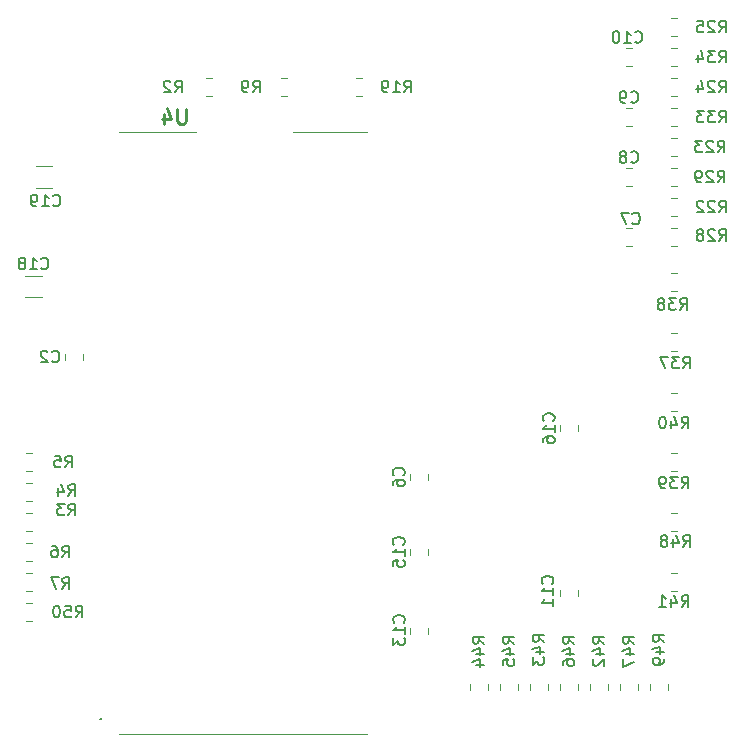
<source format=gbo>
G04 #@! TF.GenerationSoftware,KiCad,Pcbnew,5.1.12-84ad8e8a86~92~ubuntu20.04.1*
G04 #@! TF.CreationDate,2021-12-18T18:34:38-08:00*
G04 #@! TF.ProjectId,RspPiPicoIMU,52737050-6950-4696-936f-494d552e6b69,1.0*
G04 #@! TF.SameCoordinates,Original*
G04 #@! TF.FileFunction,Legend,Bot*
G04 #@! TF.FilePolarity,Positive*
%FSLAX46Y46*%
G04 Gerber Fmt 4.6, Leading zero omitted, Abs format (unit mm)*
G04 Created by KiCad (PCBNEW 5.1.12-84ad8e8a86~92~ubuntu20.04.1) date 2021-12-18 18:34:38*
%MOMM*%
%LPD*%
G01*
G04 APERTURE LIST*
%ADD10C,0.120000*%
%ADD11C,0.100000*%
%ADD12C,0.200000*%
%ADD13C,0.150000*%
%ADD14C,0.254000*%
%ADD15C,3.200000*%
%ADD16O,1.740000X2.190000*%
%ADD17R,1.700000X1.700000*%
%ADD18O,1.700000X1.700000*%
%ADD19C,2.460244*%
%ADD20C,1.605000*%
%ADD21R,1.500000X1.500000*%
%ADD22R,1.600000X3.200000*%
%ADD23R,3.200000X1.600000*%
G04 APERTURE END LIST*
D10*
X98832936Y-117375000D02*
X99287064Y-117375000D01*
X98832936Y-118845000D02*
X99287064Y-118845000D01*
X103605000Y-101338748D02*
X103605000Y-101861252D01*
X102135000Y-101338748D02*
X102135000Y-101861252D01*
X131345000Y-111498748D02*
X131345000Y-112021252D01*
X132815000Y-111498748D02*
X132815000Y-112021252D01*
X149598748Y-92175000D02*
X150121252Y-92175000D01*
X149598748Y-90705000D02*
X150121252Y-90705000D01*
X149598748Y-87095000D02*
X150121252Y-87095000D01*
X149598748Y-85625000D02*
X150121252Y-85625000D01*
X149598748Y-80545000D02*
X150121252Y-80545000D01*
X149598748Y-82015000D02*
X150121252Y-82015000D01*
X149598748Y-76935000D02*
X150121252Y-76935000D01*
X149598748Y-75465000D02*
X150121252Y-75465000D01*
X145515000Y-121800252D02*
X145515000Y-121277748D01*
X144045000Y-121800252D02*
X144045000Y-121277748D01*
X131345000Y-125041252D02*
X131345000Y-124518748D01*
X132815000Y-125041252D02*
X132815000Y-124518748D01*
X132815000Y-117848748D02*
X132815000Y-118371252D01*
X131345000Y-117848748D02*
X131345000Y-118371252D01*
X145515000Y-107368748D02*
X145515000Y-107891252D01*
X144045000Y-107368748D02*
X144045000Y-107891252D01*
X98729748Y-94721000D02*
X100152252Y-94721000D01*
X98729748Y-96541000D02*
X100152252Y-96541000D01*
X99618748Y-87270000D02*
X101041252Y-87270000D01*
X99618748Y-85450000D02*
X101041252Y-85450000D01*
X114072936Y-79475000D02*
X114527064Y-79475000D01*
X114072936Y-78005000D02*
X114527064Y-78005000D01*
X98832936Y-116305000D02*
X99287064Y-116305000D01*
X98832936Y-114835000D02*
X99287064Y-114835000D01*
X98832936Y-112295000D02*
X99287064Y-112295000D01*
X98832936Y-113765000D02*
X99287064Y-113765000D01*
X98832936Y-111225000D02*
X99287064Y-111225000D01*
X98832936Y-109755000D02*
X99287064Y-109755000D01*
X98832936Y-121385000D02*
X99287064Y-121385000D01*
X98832936Y-119915000D02*
X99287064Y-119915000D01*
X120422936Y-78005000D02*
X120877064Y-78005000D01*
X120422936Y-79475000D02*
X120877064Y-79475000D01*
X126772936Y-79475000D02*
X127227064Y-79475000D01*
X126772936Y-78005000D02*
X127227064Y-78005000D01*
X153897064Y-88165000D02*
X153442936Y-88165000D01*
X153897064Y-89635000D02*
X153442936Y-89635000D01*
X153897064Y-83085000D02*
X153442936Y-83085000D01*
X153897064Y-84555000D02*
X153442936Y-84555000D01*
X153897064Y-79475000D02*
X153442936Y-79475000D01*
X153897064Y-78005000D02*
X153442936Y-78005000D01*
X153897064Y-72925000D02*
X153442936Y-72925000D01*
X153897064Y-74395000D02*
X153442936Y-74395000D01*
X153897064Y-90705000D02*
X153442936Y-90705000D01*
X153897064Y-92175000D02*
X153442936Y-92175000D01*
X153897064Y-87095000D02*
X153442936Y-87095000D01*
X153897064Y-85625000D02*
X153442936Y-85625000D01*
X153897064Y-82015000D02*
X153442936Y-82015000D01*
X153897064Y-80545000D02*
X153442936Y-80545000D01*
X153897064Y-75465000D02*
X153442936Y-75465000D01*
X153897064Y-76935000D02*
X153442936Y-76935000D01*
X153897064Y-101065000D02*
X153442936Y-101065000D01*
X153897064Y-99595000D02*
X153442936Y-99595000D01*
X153897064Y-94515000D02*
X153442936Y-94515000D01*
X153897064Y-95985000D02*
X153442936Y-95985000D01*
X153897064Y-111225000D02*
X153442936Y-111225000D01*
X153897064Y-109755000D02*
X153442936Y-109755000D01*
X153897064Y-104675000D02*
X153442936Y-104675000D01*
X153897064Y-106145000D02*
X153442936Y-106145000D01*
X153897064Y-119915000D02*
X153442936Y-119915000D01*
X153897064Y-121385000D02*
X153442936Y-121385000D01*
X148055000Y-129767064D02*
X148055000Y-129312936D01*
X146585000Y-129767064D02*
X146585000Y-129312936D01*
X141505000Y-129767064D02*
X141505000Y-129312936D01*
X142975000Y-129767064D02*
X142975000Y-129312936D01*
X136425000Y-129767064D02*
X136425000Y-129312936D01*
X137895000Y-129767064D02*
X137895000Y-129312936D01*
X138965000Y-129767064D02*
X138965000Y-129312936D01*
X140435000Y-129767064D02*
X140435000Y-129312936D01*
X145515000Y-129767064D02*
X145515000Y-129312936D01*
X144045000Y-129767064D02*
X144045000Y-129312936D01*
X149125000Y-129767064D02*
X149125000Y-129312936D01*
X150595000Y-129767064D02*
X150595000Y-129312936D01*
X153897064Y-116305000D02*
X153442936Y-116305000D01*
X153897064Y-114835000D02*
X153442936Y-114835000D01*
X151665000Y-129767064D02*
X151665000Y-129312936D01*
X153135000Y-129767064D02*
X153135000Y-129312936D01*
X98832936Y-122455000D02*
X99287064Y-122455000D01*
X98832936Y-123925000D02*
X99287064Y-123925000D01*
D11*
X106680000Y-133550000D02*
X127680000Y-133550000D01*
X127680000Y-133550000D02*
X127680000Y-133550000D01*
X127680000Y-133550000D02*
X106680000Y-133550000D01*
X106680000Y-133550000D02*
X106680000Y-133550000D01*
X121430000Y-82550000D02*
X127680000Y-82550000D01*
X127680000Y-82550000D02*
X127680000Y-82550000D01*
X127680000Y-82550000D02*
X121430000Y-82550000D01*
X121430000Y-82550000D02*
X121430000Y-82550000D01*
X106680000Y-82550000D02*
X113180000Y-82550000D01*
X113180000Y-82550000D02*
X113180000Y-82550000D01*
X113180000Y-82550000D02*
X106680000Y-82550000D01*
X106680000Y-82550000D02*
X106680000Y-82550000D01*
D12*
X105080000Y-132250000D02*
X105080000Y-132250000D01*
X105180000Y-132250000D02*
X105180000Y-132250000D01*
X105080000Y-132250000D02*
X105080000Y-132250000D01*
X105180000Y-132250000D02*
G75*
G03*
X105080000Y-132250000I-50000J0D01*
G01*
X105080000Y-132250000D02*
G75*
G03*
X105180000Y-132250000I50000J0D01*
G01*
X105180000Y-132250000D02*
G75*
G03*
X105080000Y-132250000I-50000J0D01*
G01*
D13*
X101893666Y-118562380D02*
X102227000Y-118086190D01*
X102465095Y-118562380D02*
X102465095Y-117562380D01*
X102084142Y-117562380D01*
X101988904Y-117610000D01*
X101941285Y-117657619D01*
X101893666Y-117752857D01*
X101893666Y-117895714D01*
X101941285Y-117990952D01*
X101988904Y-118038571D01*
X102084142Y-118086190D01*
X102465095Y-118086190D01*
X101036523Y-117562380D02*
X101227000Y-117562380D01*
X101322238Y-117610000D01*
X101369857Y-117657619D01*
X101465095Y-117800476D01*
X101512714Y-117990952D01*
X101512714Y-118371904D01*
X101465095Y-118467142D01*
X101417476Y-118514761D01*
X101322238Y-118562380D01*
X101131761Y-118562380D01*
X101036523Y-118514761D01*
X100988904Y-118467142D01*
X100941285Y-118371904D01*
X100941285Y-118133809D01*
X100988904Y-118038571D01*
X101036523Y-117990952D01*
X101131761Y-117943333D01*
X101322238Y-117943333D01*
X101417476Y-117990952D01*
X101465095Y-118038571D01*
X101512714Y-118133809D01*
X101004666Y-101957142D02*
X101052285Y-102004761D01*
X101195142Y-102052380D01*
X101290380Y-102052380D01*
X101433238Y-102004761D01*
X101528476Y-101909523D01*
X101576095Y-101814285D01*
X101623714Y-101623809D01*
X101623714Y-101480952D01*
X101576095Y-101290476D01*
X101528476Y-101195238D01*
X101433238Y-101100000D01*
X101290380Y-101052380D01*
X101195142Y-101052380D01*
X101052285Y-101100000D01*
X101004666Y-101147619D01*
X100623714Y-101147619D02*
X100576095Y-101100000D01*
X100480857Y-101052380D01*
X100242761Y-101052380D01*
X100147523Y-101100000D01*
X100099904Y-101147619D01*
X100052285Y-101242857D01*
X100052285Y-101338095D01*
X100099904Y-101480952D01*
X100671333Y-102052380D01*
X100052285Y-102052380D01*
X130757142Y-111593333D02*
X130804761Y-111545714D01*
X130852380Y-111402857D01*
X130852380Y-111307619D01*
X130804761Y-111164761D01*
X130709523Y-111069523D01*
X130614285Y-111021904D01*
X130423809Y-110974285D01*
X130280952Y-110974285D01*
X130090476Y-111021904D01*
X129995238Y-111069523D01*
X129900000Y-111164761D01*
X129852380Y-111307619D01*
X129852380Y-111402857D01*
X129900000Y-111545714D01*
X129947619Y-111593333D01*
X129852380Y-112450476D02*
X129852380Y-112260000D01*
X129900000Y-112164761D01*
X129947619Y-112117142D01*
X130090476Y-112021904D01*
X130280952Y-111974285D01*
X130661904Y-111974285D01*
X130757142Y-112021904D01*
X130804761Y-112069523D01*
X130852380Y-112164761D01*
X130852380Y-112355238D01*
X130804761Y-112450476D01*
X130757142Y-112498095D01*
X130661904Y-112545714D01*
X130423809Y-112545714D01*
X130328571Y-112498095D01*
X130280952Y-112450476D01*
X130233333Y-112355238D01*
X130233333Y-112164761D01*
X130280952Y-112069523D01*
X130328571Y-112021904D01*
X130423809Y-111974285D01*
X150153666Y-90273142D02*
X150201285Y-90320761D01*
X150344142Y-90368380D01*
X150439380Y-90368380D01*
X150582238Y-90320761D01*
X150677476Y-90225523D01*
X150725095Y-90130285D01*
X150772714Y-89939809D01*
X150772714Y-89796952D01*
X150725095Y-89606476D01*
X150677476Y-89511238D01*
X150582238Y-89416000D01*
X150439380Y-89368380D01*
X150344142Y-89368380D01*
X150201285Y-89416000D01*
X150153666Y-89463619D01*
X149820333Y-89368380D02*
X149153666Y-89368380D01*
X149582238Y-90368380D01*
X150026666Y-85066142D02*
X150074285Y-85113761D01*
X150217142Y-85161380D01*
X150312380Y-85161380D01*
X150455238Y-85113761D01*
X150550476Y-85018523D01*
X150598095Y-84923285D01*
X150645714Y-84732809D01*
X150645714Y-84589952D01*
X150598095Y-84399476D01*
X150550476Y-84304238D01*
X150455238Y-84209000D01*
X150312380Y-84161380D01*
X150217142Y-84161380D01*
X150074285Y-84209000D01*
X150026666Y-84256619D01*
X149455238Y-84589952D02*
X149550476Y-84542333D01*
X149598095Y-84494714D01*
X149645714Y-84399476D01*
X149645714Y-84351857D01*
X149598095Y-84256619D01*
X149550476Y-84209000D01*
X149455238Y-84161380D01*
X149264761Y-84161380D01*
X149169523Y-84209000D01*
X149121904Y-84256619D01*
X149074285Y-84351857D01*
X149074285Y-84399476D01*
X149121904Y-84494714D01*
X149169523Y-84542333D01*
X149264761Y-84589952D01*
X149455238Y-84589952D01*
X149550476Y-84637571D01*
X149598095Y-84685190D01*
X149645714Y-84780428D01*
X149645714Y-84970904D01*
X149598095Y-85066142D01*
X149550476Y-85113761D01*
X149455238Y-85161380D01*
X149264761Y-85161380D01*
X149169523Y-85113761D01*
X149121904Y-85066142D01*
X149074285Y-84970904D01*
X149074285Y-84780428D01*
X149121904Y-84685190D01*
X149169523Y-84637571D01*
X149264761Y-84589952D01*
X150026666Y-79986142D02*
X150074285Y-80033761D01*
X150217142Y-80081380D01*
X150312380Y-80081380D01*
X150455238Y-80033761D01*
X150550476Y-79938523D01*
X150598095Y-79843285D01*
X150645714Y-79652809D01*
X150645714Y-79509952D01*
X150598095Y-79319476D01*
X150550476Y-79224238D01*
X150455238Y-79129000D01*
X150312380Y-79081380D01*
X150217142Y-79081380D01*
X150074285Y-79129000D01*
X150026666Y-79176619D01*
X149550476Y-80081380D02*
X149360000Y-80081380D01*
X149264761Y-80033761D01*
X149217142Y-79986142D01*
X149121904Y-79843285D01*
X149074285Y-79652809D01*
X149074285Y-79271857D01*
X149121904Y-79176619D01*
X149169523Y-79129000D01*
X149264761Y-79081380D01*
X149455238Y-79081380D01*
X149550476Y-79129000D01*
X149598095Y-79176619D01*
X149645714Y-79271857D01*
X149645714Y-79509952D01*
X149598095Y-79605190D01*
X149550476Y-79652809D01*
X149455238Y-79700428D01*
X149264761Y-79700428D01*
X149169523Y-79652809D01*
X149121904Y-79605190D01*
X149074285Y-79509952D01*
X150375857Y-74906142D02*
X150423476Y-74953761D01*
X150566333Y-75001380D01*
X150661571Y-75001380D01*
X150804428Y-74953761D01*
X150899666Y-74858523D01*
X150947285Y-74763285D01*
X150994904Y-74572809D01*
X150994904Y-74429952D01*
X150947285Y-74239476D01*
X150899666Y-74144238D01*
X150804428Y-74049000D01*
X150661571Y-74001380D01*
X150566333Y-74001380D01*
X150423476Y-74049000D01*
X150375857Y-74096619D01*
X149423476Y-75001380D02*
X149994904Y-75001380D01*
X149709190Y-75001380D02*
X149709190Y-74001380D01*
X149804428Y-74144238D01*
X149899666Y-74239476D01*
X149994904Y-74287095D01*
X148804428Y-74001380D02*
X148709190Y-74001380D01*
X148613952Y-74049000D01*
X148566333Y-74096619D01*
X148518714Y-74191857D01*
X148471095Y-74382333D01*
X148471095Y-74620428D01*
X148518714Y-74810904D01*
X148566333Y-74906142D01*
X148613952Y-74953761D01*
X148709190Y-75001380D01*
X148804428Y-75001380D01*
X148899666Y-74953761D01*
X148947285Y-74906142D01*
X148994904Y-74810904D01*
X149042523Y-74620428D01*
X149042523Y-74382333D01*
X148994904Y-74191857D01*
X148947285Y-74096619D01*
X148899666Y-74049000D01*
X148804428Y-74001380D01*
X143359142Y-120769142D02*
X143406761Y-120721523D01*
X143454380Y-120578666D01*
X143454380Y-120483428D01*
X143406761Y-120340571D01*
X143311523Y-120245333D01*
X143216285Y-120197714D01*
X143025809Y-120150095D01*
X142882952Y-120150095D01*
X142692476Y-120197714D01*
X142597238Y-120245333D01*
X142502000Y-120340571D01*
X142454380Y-120483428D01*
X142454380Y-120578666D01*
X142502000Y-120721523D01*
X142549619Y-120769142D01*
X143454380Y-121721523D02*
X143454380Y-121150095D01*
X143454380Y-121435809D02*
X142454380Y-121435809D01*
X142597238Y-121340571D01*
X142692476Y-121245333D01*
X142740095Y-121150095D01*
X143454380Y-122673904D02*
X143454380Y-122102476D01*
X143454380Y-122388190D02*
X142454380Y-122388190D01*
X142597238Y-122292952D01*
X142692476Y-122197714D01*
X142740095Y-122102476D01*
X130786142Y-124071142D02*
X130833761Y-124023523D01*
X130881380Y-123880666D01*
X130881380Y-123785428D01*
X130833761Y-123642571D01*
X130738523Y-123547333D01*
X130643285Y-123499714D01*
X130452809Y-123452095D01*
X130309952Y-123452095D01*
X130119476Y-123499714D01*
X130024238Y-123547333D01*
X129929000Y-123642571D01*
X129881380Y-123785428D01*
X129881380Y-123880666D01*
X129929000Y-124023523D01*
X129976619Y-124071142D01*
X130881380Y-125023523D02*
X130881380Y-124452095D01*
X130881380Y-124737809D02*
X129881380Y-124737809D01*
X130024238Y-124642571D01*
X130119476Y-124547333D01*
X130167095Y-124452095D01*
X129881380Y-125356857D02*
X129881380Y-125975904D01*
X130262333Y-125642571D01*
X130262333Y-125785428D01*
X130309952Y-125880666D01*
X130357571Y-125928285D01*
X130452809Y-125975904D01*
X130690904Y-125975904D01*
X130786142Y-125928285D01*
X130833761Y-125880666D01*
X130881380Y-125785428D01*
X130881380Y-125499714D01*
X130833761Y-125404476D01*
X130786142Y-125356857D01*
X130757142Y-117467142D02*
X130804761Y-117419523D01*
X130852380Y-117276666D01*
X130852380Y-117181428D01*
X130804761Y-117038571D01*
X130709523Y-116943333D01*
X130614285Y-116895714D01*
X130423809Y-116848095D01*
X130280952Y-116848095D01*
X130090476Y-116895714D01*
X129995238Y-116943333D01*
X129900000Y-117038571D01*
X129852380Y-117181428D01*
X129852380Y-117276666D01*
X129900000Y-117419523D01*
X129947619Y-117467142D01*
X130852380Y-118419523D02*
X130852380Y-117848095D01*
X130852380Y-118133809D02*
X129852380Y-118133809D01*
X129995238Y-118038571D01*
X130090476Y-117943333D01*
X130138095Y-117848095D01*
X129852380Y-119324285D02*
X129852380Y-118848095D01*
X130328571Y-118800476D01*
X130280952Y-118848095D01*
X130233333Y-118943333D01*
X130233333Y-119181428D01*
X130280952Y-119276666D01*
X130328571Y-119324285D01*
X130423809Y-119371904D01*
X130661904Y-119371904D01*
X130757142Y-119324285D01*
X130804761Y-119276666D01*
X130852380Y-119181428D01*
X130852380Y-118943333D01*
X130804761Y-118848095D01*
X130757142Y-118800476D01*
X143457142Y-106987142D02*
X143504761Y-106939523D01*
X143552380Y-106796666D01*
X143552380Y-106701428D01*
X143504761Y-106558571D01*
X143409523Y-106463333D01*
X143314285Y-106415714D01*
X143123809Y-106368095D01*
X142980952Y-106368095D01*
X142790476Y-106415714D01*
X142695238Y-106463333D01*
X142600000Y-106558571D01*
X142552380Y-106701428D01*
X142552380Y-106796666D01*
X142600000Y-106939523D01*
X142647619Y-106987142D01*
X143552380Y-107939523D02*
X143552380Y-107368095D01*
X143552380Y-107653809D02*
X142552380Y-107653809D01*
X142695238Y-107558571D01*
X142790476Y-107463333D01*
X142838095Y-107368095D01*
X142552380Y-108796666D02*
X142552380Y-108606190D01*
X142600000Y-108510952D01*
X142647619Y-108463333D01*
X142790476Y-108368095D01*
X142980952Y-108320476D01*
X143361904Y-108320476D01*
X143457142Y-108368095D01*
X143504761Y-108415714D01*
X143552380Y-108510952D01*
X143552380Y-108701428D01*
X143504761Y-108796666D01*
X143457142Y-108844285D01*
X143361904Y-108891904D01*
X143123809Y-108891904D01*
X143028571Y-108844285D01*
X142980952Y-108796666D01*
X142933333Y-108701428D01*
X142933333Y-108510952D01*
X142980952Y-108415714D01*
X143028571Y-108368095D01*
X143123809Y-108320476D01*
X100083857Y-94083142D02*
X100131476Y-94130761D01*
X100274333Y-94178380D01*
X100369571Y-94178380D01*
X100512428Y-94130761D01*
X100607666Y-94035523D01*
X100655285Y-93940285D01*
X100702904Y-93749809D01*
X100702904Y-93606952D01*
X100655285Y-93416476D01*
X100607666Y-93321238D01*
X100512428Y-93226000D01*
X100369571Y-93178380D01*
X100274333Y-93178380D01*
X100131476Y-93226000D01*
X100083857Y-93273619D01*
X99131476Y-94178380D02*
X99702904Y-94178380D01*
X99417190Y-94178380D02*
X99417190Y-93178380D01*
X99512428Y-93321238D01*
X99607666Y-93416476D01*
X99702904Y-93464095D01*
X98560047Y-93606952D02*
X98655285Y-93559333D01*
X98702904Y-93511714D01*
X98750523Y-93416476D01*
X98750523Y-93368857D01*
X98702904Y-93273619D01*
X98655285Y-93226000D01*
X98560047Y-93178380D01*
X98369571Y-93178380D01*
X98274333Y-93226000D01*
X98226714Y-93273619D01*
X98179095Y-93368857D01*
X98179095Y-93416476D01*
X98226714Y-93511714D01*
X98274333Y-93559333D01*
X98369571Y-93606952D01*
X98560047Y-93606952D01*
X98655285Y-93654571D01*
X98702904Y-93702190D01*
X98750523Y-93797428D01*
X98750523Y-93987904D01*
X98702904Y-94083142D01*
X98655285Y-94130761D01*
X98560047Y-94178380D01*
X98369571Y-94178380D01*
X98274333Y-94130761D01*
X98226714Y-94083142D01*
X98179095Y-93987904D01*
X98179095Y-93797428D01*
X98226714Y-93702190D01*
X98274333Y-93654571D01*
X98369571Y-93606952D01*
X101099857Y-88749142D02*
X101147476Y-88796761D01*
X101290333Y-88844380D01*
X101385571Y-88844380D01*
X101528428Y-88796761D01*
X101623666Y-88701523D01*
X101671285Y-88606285D01*
X101718904Y-88415809D01*
X101718904Y-88272952D01*
X101671285Y-88082476D01*
X101623666Y-87987238D01*
X101528428Y-87892000D01*
X101385571Y-87844380D01*
X101290333Y-87844380D01*
X101147476Y-87892000D01*
X101099857Y-87939619D01*
X100147476Y-88844380D02*
X100718904Y-88844380D01*
X100433190Y-88844380D02*
X100433190Y-87844380D01*
X100528428Y-87987238D01*
X100623666Y-88082476D01*
X100718904Y-88130095D01*
X99671285Y-88844380D02*
X99480809Y-88844380D01*
X99385571Y-88796761D01*
X99337952Y-88749142D01*
X99242714Y-88606285D01*
X99195095Y-88415809D01*
X99195095Y-88034857D01*
X99242714Y-87939619D01*
X99290333Y-87892000D01*
X99385571Y-87844380D01*
X99576047Y-87844380D01*
X99671285Y-87892000D01*
X99718904Y-87939619D01*
X99766523Y-88034857D01*
X99766523Y-88272952D01*
X99718904Y-88368190D01*
X99671285Y-88415809D01*
X99576047Y-88463428D01*
X99385571Y-88463428D01*
X99290333Y-88415809D01*
X99242714Y-88368190D01*
X99195095Y-88272952D01*
X111418666Y-79192380D02*
X111752000Y-78716190D01*
X111990095Y-79192380D02*
X111990095Y-78192380D01*
X111609142Y-78192380D01*
X111513904Y-78240000D01*
X111466285Y-78287619D01*
X111418666Y-78382857D01*
X111418666Y-78525714D01*
X111466285Y-78620952D01*
X111513904Y-78668571D01*
X111609142Y-78716190D01*
X111990095Y-78716190D01*
X111037714Y-78287619D02*
X110990095Y-78240000D01*
X110894857Y-78192380D01*
X110656761Y-78192380D01*
X110561523Y-78240000D01*
X110513904Y-78287619D01*
X110466285Y-78382857D01*
X110466285Y-78478095D01*
X110513904Y-78620952D01*
X111085333Y-79192380D01*
X110466285Y-79192380D01*
X102401666Y-115006380D02*
X102735000Y-114530190D01*
X102973095Y-115006380D02*
X102973095Y-114006380D01*
X102592142Y-114006380D01*
X102496904Y-114054000D01*
X102449285Y-114101619D01*
X102401666Y-114196857D01*
X102401666Y-114339714D01*
X102449285Y-114434952D01*
X102496904Y-114482571D01*
X102592142Y-114530190D01*
X102973095Y-114530190D01*
X102068333Y-114006380D02*
X101449285Y-114006380D01*
X101782619Y-114387333D01*
X101639761Y-114387333D01*
X101544523Y-114434952D01*
X101496904Y-114482571D01*
X101449285Y-114577809D01*
X101449285Y-114815904D01*
X101496904Y-114911142D01*
X101544523Y-114958761D01*
X101639761Y-115006380D01*
X101925476Y-115006380D01*
X102020714Y-114958761D01*
X102068333Y-114911142D01*
X102401666Y-113355380D02*
X102735000Y-112879190D01*
X102973095Y-113355380D02*
X102973095Y-112355380D01*
X102592142Y-112355380D01*
X102496904Y-112403000D01*
X102449285Y-112450619D01*
X102401666Y-112545857D01*
X102401666Y-112688714D01*
X102449285Y-112783952D01*
X102496904Y-112831571D01*
X102592142Y-112879190D01*
X102973095Y-112879190D01*
X101544523Y-112688714D02*
X101544523Y-113355380D01*
X101782619Y-112307761D02*
X102020714Y-113022047D01*
X101401666Y-113022047D01*
X102147666Y-110942380D02*
X102481000Y-110466190D01*
X102719095Y-110942380D02*
X102719095Y-109942380D01*
X102338142Y-109942380D01*
X102242904Y-109990000D01*
X102195285Y-110037619D01*
X102147666Y-110132857D01*
X102147666Y-110275714D01*
X102195285Y-110370952D01*
X102242904Y-110418571D01*
X102338142Y-110466190D01*
X102719095Y-110466190D01*
X101242904Y-109942380D02*
X101719095Y-109942380D01*
X101766714Y-110418571D01*
X101719095Y-110370952D01*
X101623857Y-110323333D01*
X101385761Y-110323333D01*
X101290523Y-110370952D01*
X101242904Y-110418571D01*
X101195285Y-110513809D01*
X101195285Y-110751904D01*
X101242904Y-110847142D01*
X101290523Y-110894761D01*
X101385761Y-110942380D01*
X101623857Y-110942380D01*
X101719095Y-110894761D01*
X101766714Y-110847142D01*
X101893666Y-121229380D02*
X102227000Y-120753190D01*
X102465095Y-121229380D02*
X102465095Y-120229380D01*
X102084142Y-120229380D01*
X101988904Y-120277000D01*
X101941285Y-120324619D01*
X101893666Y-120419857D01*
X101893666Y-120562714D01*
X101941285Y-120657952D01*
X101988904Y-120705571D01*
X102084142Y-120753190D01*
X102465095Y-120753190D01*
X101560333Y-120229380D02*
X100893666Y-120229380D01*
X101322238Y-121229380D01*
X118022666Y-79192380D02*
X118356000Y-78716190D01*
X118594095Y-79192380D02*
X118594095Y-78192380D01*
X118213142Y-78192380D01*
X118117904Y-78240000D01*
X118070285Y-78287619D01*
X118022666Y-78382857D01*
X118022666Y-78525714D01*
X118070285Y-78620952D01*
X118117904Y-78668571D01*
X118213142Y-78716190D01*
X118594095Y-78716190D01*
X117546476Y-79192380D02*
X117356000Y-79192380D01*
X117260761Y-79144761D01*
X117213142Y-79097142D01*
X117117904Y-78954285D01*
X117070285Y-78763809D01*
X117070285Y-78382857D01*
X117117904Y-78287619D01*
X117165523Y-78240000D01*
X117260761Y-78192380D01*
X117451238Y-78192380D01*
X117546476Y-78240000D01*
X117594095Y-78287619D01*
X117641714Y-78382857D01*
X117641714Y-78620952D01*
X117594095Y-78716190D01*
X117546476Y-78763809D01*
X117451238Y-78811428D01*
X117260761Y-78811428D01*
X117165523Y-78763809D01*
X117117904Y-78716190D01*
X117070285Y-78620952D01*
X130817857Y-79192380D02*
X131151190Y-78716190D01*
X131389285Y-79192380D02*
X131389285Y-78192380D01*
X131008333Y-78192380D01*
X130913095Y-78240000D01*
X130865476Y-78287619D01*
X130817857Y-78382857D01*
X130817857Y-78525714D01*
X130865476Y-78620952D01*
X130913095Y-78668571D01*
X131008333Y-78716190D01*
X131389285Y-78716190D01*
X129865476Y-79192380D02*
X130436904Y-79192380D01*
X130151190Y-79192380D02*
X130151190Y-78192380D01*
X130246428Y-78335238D01*
X130341666Y-78430476D01*
X130436904Y-78478095D01*
X129389285Y-79192380D02*
X129198809Y-79192380D01*
X129103571Y-79144761D01*
X129055952Y-79097142D01*
X128960714Y-78954285D01*
X128913095Y-78763809D01*
X128913095Y-78382857D01*
X128960714Y-78287619D01*
X129008333Y-78240000D01*
X129103571Y-78192380D01*
X129294047Y-78192380D01*
X129389285Y-78240000D01*
X129436904Y-78287619D01*
X129484523Y-78382857D01*
X129484523Y-78620952D01*
X129436904Y-78716190D01*
X129389285Y-78763809D01*
X129294047Y-78811428D01*
X129103571Y-78811428D01*
X129008333Y-78763809D01*
X128960714Y-78716190D01*
X128913095Y-78620952D01*
X157487857Y-89352380D02*
X157821190Y-88876190D01*
X158059285Y-89352380D02*
X158059285Y-88352380D01*
X157678333Y-88352380D01*
X157583095Y-88400000D01*
X157535476Y-88447619D01*
X157487857Y-88542857D01*
X157487857Y-88685714D01*
X157535476Y-88780952D01*
X157583095Y-88828571D01*
X157678333Y-88876190D01*
X158059285Y-88876190D01*
X157106904Y-88447619D02*
X157059285Y-88400000D01*
X156964047Y-88352380D01*
X156725952Y-88352380D01*
X156630714Y-88400000D01*
X156583095Y-88447619D01*
X156535476Y-88542857D01*
X156535476Y-88638095D01*
X156583095Y-88780952D01*
X157154523Y-89352380D01*
X156535476Y-89352380D01*
X156154523Y-88447619D02*
X156106904Y-88400000D01*
X156011666Y-88352380D01*
X155773571Y-88352380D01*
X155678333Y-88400000D01*
X155630714Y-88447619D01*
X155583095Y-88542857D01*
X155583095Y-88638095D01*
X155630714Y-88780952D01*
X156202142Y-89352380D01*
X155583095Y-89352380D01*
X157360857Y-84272380D02*
X157694190Y-83796190D01*
X157932285Y-84272380D02*
X157932285Y-83272380D01*
X157551333Y-83272380D01*
X157456095Y-83320000D01*
X157408476Y-83367619D01*
X157360857Y-83462857D01*
X157360857Y-83605714D01*
X157408476Y-83700952D01*
X157456095Y-83748571D01*
X157551333Y-83796190D01*
X157932285Y-83796190D01*
X156979904Y-83367619D02*
X156932285Y-83320000D01*
X156837047Y-83272380D01*
X156598952Y-83272380D01*
X156503714Y-83320000D01*
X156456095Y-83367619D01*
X156408476Y-83462857D01*
X156408476Y-83558095D01*
X156456095Y-83700952D01*
X157027523Y-84272380D01*
X156408476Y-84272380D01*
X156075142Y-83272380D02*
X155456095Y-83272380D01*
X155789428Y-83653333D01*
X155646571Y-83653333D01*
X155551333Y-83700952D01*
X155503714Y-83748571D01*
X155456095Y-83843809D01*
X155456095Y-84081904D01*
X155503714Y-84177142D01*
X155551333Y-84224761D01*
X155646571Y-84272380D01*
X155932285Y-84272380D01*
X156027523Y-84224761D01*
X156075142Y-84177142D01*
X157487857Y-79192380D02*
X157821190Y-78716190D01*
X158059285Y-79192380D02*
X158059285Y-78192380D01*
X157678333Y-78192380D01*
X157583095Y-78240000D01*
X157535476Y-78287619D01*
X157487857Y-78382857D01*
X157487857Y-78525714D01*
X157535476Y-78620952D01*
X157583095Y-78668571D01*
X157678333Y-78716190D01*
X158059285Y-78716190D01*
X157106904Y-78287619D02*
X157059285Y-78240000D01*
X156964047Y-78192380D01*
X156725952Y-78192380D01*
X156630714Y-78240000D01*
X156583095Y-78287619D01*
X156535476Y-78382857D01*
X156535476Y-78478095D01*
X156583095Y-78620952D01*
X157154523Y-79192380D01*
X156535476Y-79192380D01*
X155678333Y-78525714D02*
X155678333Y-79192380D01*
X155916428Y-78144761D02*
X156154523Y-78859047D01*
X155535476Y-78859047D01*
X157487857Y-74112380D02*
X157821190Y-73636190D01*
X158059285Y-74112380D02*
X158059285Y-73112380D01*
X157678333Y-73112380D01*
X157583095Y-73160000D01*
X157535476Y-73207619D01*
X157487857Y-73302857D01*
X157487857Y-73445714D01*
X157535476Y-73540952D01*
X157583095Y-73588571D01*
X157678333Y-73636190D01*
X158059285Y-73636190D01*
X157106904Y-73207619D02*
X157059285Y-73160000D01*
X156964047Y-73112380D01*
X156725952Y-73112380D01*
X156630714Y-73160000D01*
X156583095Y-73207619D01*
X156535476Y-73302857D01*
X156535476Y-73398095D01*
X156583095Y-73540952D01*
X157154523Y-74112380D01*
X156535476Y-74112380D01*
X155630714Y-73112380D02*
X156106904Y-73112380D01*
X156154523Y-73588571D01*
X156106904Y-73540952D01*
X156011666Y-73493333D01*
X155773571Y-73493333D01*
X155678333Y-73540952D01*
X155630714Y-73588571D01*
X155583095Y-73683809D01*
X155583095Y-73921904D01*
X155630714Y-74017142D01*
X155678333Y-74064761D01*
X155773571Y-74112380D01*
X156011666Y-74112380D01*
X156106904Y-74064761D01*
X156154523Y-74017142D01*
X157487857Y-91765380D02*
X157821190Y-91289190D01*
X158059285Y-91765380D02*
X158059285Y-90765380D01*
X157678333Y-90765380D01*
X157583095Y-90813000D01*
X157535476Y-90860619D01*
X157487857Y-90955857D01*
X157487857Y-91098714D01*
X157535476Y-91193952D01*
X157583095Y-91241571D01*
X157678333Y-91289190D01*
X158059285Y-91289190D01*
X157106904Y-90860619D02*
X157059285Y-90813000D01*
X156964047Y-90765380D01*
X156725952Y-90765380D01*
X156630714Y-90813000D01*
X156583095Y-90860619D01*
X156535476Y-90955857D01*
X156535476Y-91051095D01*
X156583095Y-91193952D01*
X157154523Y-91765380D01*
X156535476Y-91765380D01*
X155964047Y-91193952D02*
X156059285Y-91146333D01*
X156106904Y-91098714D01*
X156154523Y-91003476D01*
X156154523Y-90955857D01*
X156106904Y-90860619D01*
X156059285Y-90813000D01*
X155964047Y-90765380D01*
X155773571Y-90765380D01*
X155678333Y-90813000D01*
X155630714Y-90860619D01*
X155583095Y-90955857D01*
X155583095Y-91003476D01*
X155630714Y-91098714D01*
X155678333Y-91146333D01*
X155773571Y-91193952D01*
X155964047Y-91193952D01*
X156059285Y-91241571D01*
X156106904Y-91289190D01*
X156154523Y-91384428D01*
X156154523Y-91574904D01*
X156106904Y-91670142D01*
X156059285Y-91717761D01*
X155964047Y-91765380D01*
X155773571Y-91765380D01*
X155678333Y-91717761D01*
X155630714Y-91670142D01*
X155583095Y-91574904D01*
X155583095Y-91384428D01*
X155630714Y-91289190D01*
X155678333Y-91241571D01*
X155773571Y-91193952D01*
X157360857Y-86812380D02*
X157694190Y-86336190D01*
X157932285Y-86812380D02*
X157932285Y-85812380D01*
X157551333Y-85812380D01*
X157456095Y-85860000D01*
X157408476Y-85907619D01*
X157360857Y-86002857D01*
X157360857Y-86145714D01*
X157408476Y-86240952D01*
X157456095Y-86288571D01*
X157551333Y-86336190D01*
X157932285Y-86336190D01*
X156979904Y-85907619D02*
X156932285Y-85860000D01*
X156837047Y-85812380D01*
X156598952Y-85812380D01*
X156503714Y-85860000D01*
X156456095Y-85907619D01*
X156408476Y-86002857D01*
X156408476Y-86098095D01*
X156456095Y-86240952D01*
X157027523Y-86812380D01*
X156408476Y-86812380D01*
X155932285Y-86812380D02*
X155741809Y-86812380D01*
X155646571Y-86764761D01*
X155598952Y-86717142D01*
X155503714Y-86574285D01*
X155456095Y-86383809D01*
X155456095Y-86002857D01*
X155503714Y-85907619D01*
X155551333Y-85860000D01*
X155646571Y-85812380D01*
X155837047Y-85812380D01*
X155932285Y-85860000D01*
X155979904Y-85907619D01*
X156027523Y-86002857D01*
X156027523Y-86240952D01*
X155979904Y-86336190D01*
X155932285Y-86383809D01*
X155837047Y-86431428D01*
X155646571Y-86431428D01*
X155551333Y-86383809D01*
X155503714Y-86336190D01*
X155456095Y-86240952D01*
X157487857Y-81732380D02*
X157821190Y-81256190D01*
X158059285Y-81732380D02*
X158059285Y-80732380D01*
X157678333Y-80732380D01*
X157583095Y-80780000D01*
X157535476Y-80827619D01*
X157487857Y-80922857D01*
X157487857Y-81065714D01*
X157535476Y-81160952D01*
X157583095Y-81208571D01*
X157678333Y-81256190D01*
X158059285Y-81256190D01*
X157154523Y-80732380D02*
X156535476Y-80732380D01*
X156868809Y-81113333D01*
X156725952Y-81113333D01*
X156630714Y-81160952D01*
X156583095Y-81208571D01*
X156535476Y-81303809D01*
X156535476Y-81541904D01*
X156583095Y-81637142D01*
X156630714Y-81684761D01*
X156725952Y-81732380D01*
X157011666Y-81732380D01*
X157106904Y-81684761D01*
X157154523Y-81637142D01*
X156202142Y-80732380D02*
X155583095Y-80732380D01*
X155916428Y-81113333D01*
X155773571Y-81113333D01*
X155678333Y-81160952D01*
X155630714Y-81208571D01*
X155583095Y-81303809D01*
X155583095Y-81541904D01*
X155630714Y-81637142D01*
X155678333Y-81684761D01*
X155773571Y-81732380D01*
X156059285Y-81732380D01*
X156154523Y-81684761D01*
X156202142Y-81637142D01*
X157487857Y-76652380D02*
X157821190Y-76176190D01*
X158059285Y-76652380D02*
X158059285Y-75652380D01*
X157678333Y-75652380D01*
X157583095Y-75700000D01*
X157535476Y-75747619D01*
X157487857Y-75842857D01*
X157487857Y-75985714D01*
X157535476Y-76080952D01*
X157583095Y-76128571D01*
X157678333Y-76176190D01*
X158059285Y-76176190D01*
X157154523Y-75652380D02*
X156535476Y-75652380D01*
X156868809Y-76033333D01*
X156725952Y-76033333D01*
X156630714Y-76080952D01*
X156583095Y-76128571D01*
X156535476Y-76223809D01*
X156535476Y-76461904D01*
X156583095Y-76557142D01*
X156630714Y-76604761D01*
X156725952Y-76652380D01*
X157011666Y-76652380D01*
X157106904Y-76604761D01*
X157154523Y-76557142D01*
X155678333Y-75985714D02*
X155678333Y-76652380D01*
X155916428Y-75604761D02*
X156154523Y-76319047D01*
X155535476Y-76319047D01*
X154439857Y-102560380D02*
X154773190Y-102084190D01*
X155011285Y-102560380D02*
X155011285Y-101560380D01*
X154630333Y-101560380D01*
X154535095Y-101608000D01*
X154487476Y-101655619D01*
X154439857Y-101750857D01*
X154439857Y-101893714D01*
X154487476Y-101988952D01*
X154535095Y-102036571D01*
X154630333Y-102084190D01*
X155011285Y-102084190D01*
X154106523Y-101560380D02*
X153487476Y-101560380D01*
X153820809Y-101941333D01*
X153677952Y-101941333D01*
X153582714Y-101988952D01*
X153535095Y-102036571D01*
X153487476Y-102131809D01*
X153487476Y-102369904D01*
X153535095Y-102465142D01*
X153582714Y-102512761D01*
X153677952Y-102560380D01*
X153963666Y-102560380D01*
X154058904Y-102512761D01*
X154106523Y-102465142D01*
X153154142Y-101560380D02*
X152487476Y-101560380D01*
X152916047Y-102560380D01*
X154185857Y-97607380D02*
X154519190Y-97131190D01*
X154757285Y-97607380D02*
X154757285Y-96607380D01*
X154376333Y-96607380D01*
X154281095Y-96655000D01*
X154233476Y-96702619D01*
X154185857Y-96797857D01*
X154185857Y-96940714D01*
X154233476Y-97035952D01*
X154281095Y-97083571D01*
X154376333Y-97131190D01*
X154757285Y-97131190D01*
X153852523Y-96607380D02*
X153233476Y-96607380D01*
X153566809Y-96988333D01*
X153423952Y-96988333D01*
X153328714Y-97035952D01*
X153281095Y-97083571D01*
X153233476Y-97178809D01*
X153233476Y-97416904D01*
X153281095Y-97512142D01*
X153328714Y-97559761D01*
X153423952Y-97607380D01*
X153709666Y-97607380D01*
X153804904Y-97559761D01*
X153852523Y-97512142D01*
X152662047Y-97035952D02*
X152757285Y-96988333D01*
X152804904Y-96940714D01*
X152852523Y-96845476D01*
X152852523Y-96797857D01*
X152804904Y-96702619D01*
X152757285Y-96655000D01*
X152662047Y-96607380D01*
X152471571Y-96607380D01*
X152376333Y-96655000D01*
X152328714Y-96702619D01*
X152281095Y-96797857D01*
X152281095Y-96845476D01*
X152328714Y-96940714D01*
X152376333Y-96988333D01*
X152471571Y-97035952D01*
X152662047Y-97035952D01*
X152757285Y-97083571D01*
X152804904Y-97131190D01*
X152852523Y-97226428D01*
X152852523Y-97416904D01*
X152804904Y-97512142D01*
X152757285Y-97559761D01*
X152662047Y-97607380D01*
X152471571Y-97607380D01*
X152376333Y-97559761D01*
X152328714Y-97512142D01*
X152281095Y-97416904D01*
X152281095Y-97226428D01*
X152328714Y-97131190D01*
X152376333Y-97083571D01*
X152471571Y-97035952D01*
X154312857Y-112720380D02*
X154646190Y-112244190D01*
X154884285Y-112720380D02*
X154884285Y-111720380D01*
X154503333Y-111720380D01*
X154408095Y-111768000D01*
X154360476Y-111815619D01*
X154312857Y-111910857D01*
X154312857Y-112053714D01*
X154360476Y-112148952D01*
X154408095Y-112196571D01*
X154503333Y-112244190D01*
X154884285Y-112244190D01*
X153979523Y-111720380D02*
X153360476Y-111720380D01*
X153693809Y-112101333D01*
X153550952Y-112101333D01*
X153455714Y-112148952D01*
X153408095Y-112196571D01*
X153360476Y-112291809D01*
X153360476Y-112529904D01*
X153408095Y-112625142D01*
X153455714Y-112672761D01*
X153550952Y-112720380D01*
X153836666Y-112720380D01*
X153931904Y-112672761D01*
X153979523Y-112625142D01*
X152884285Y-112720380D02*
X152693809Y-112720380D01*
X152598571Y-112672761D01*
X152550952Y-112625142D01*
X152455714Y-112482285D01*
X152408095Y-112291809D01*
X152408095Y-111910857D01*
X152455714Y-111815619D01*
X152503333Y-111768000D01*
X152598571Y-111720380D01*
X152789047Y-111720380D01*
X152884285Y-111768000D01*
X152931904Y-111815619D01*
X152979523Y-111910857D01*
X152979523Y-112148952D01*
X152931904Y-112244190D01*
X152884285Y-112291809D01*
X152789047Y-112339428D01*
X152598571Y-112339428D01*
X152503333Y-112291809D01*
X152455714Y-112244190D01*
X152408095Y-112148952D01*
X154312857Y-107640380D02*
X154646190Y-107164190D01*
X154884285Y-107640380D02*
X154884285Y-106640380D01*
X154503333Y-106640380D01*
X154408095Y-106688000D01*
X154360476Y-106735619D01*
X154312857Y-106830857D01*
X154312857Y-106973714D01*
X154360476Y-107068952D01*
X154408095Y-107116571D01*
X154503333Y-107164190D01*
X154884285Y-107164190D01*
X153455714Y-106973714D02*
X153455714Y-107640380D01*
X153693809Y-106592761D02*
X153931904Y-107307047D01*
X153312857Y-107307047D01*
X152741428Y-106640380D02*
X152646190Y-106640380D01*
X152550952Y-106688000D01*
X152503333Y-106735619D01*
X152455714Y-106830857D01*
X152408095Y-107021333D01*
X152408095Y-107259428D01*
X152455714Y-107449904D01*
X152503333Y-107545142D01*
X152550952Y-107592761D01*
X152646190Y-107640380D01*
X152741428Y-107640380D01*
X152836666Y-107592761D01*
X152884285Y-107545142D01*
X152931904Y-107449904D01*
X152979523Y-107259428D01*
X152979523Y-107021333D01*
X152931904Y-106830857D01*
X152884285Y-106735619D01*
X152836666Y-106688000D01*
X152741428Y-106640380D01*
X154312857Y-122753380D02*
X154646190Y-122277190D01*
X154884285Y-122753380D02*
X154884285Y-121753380D01*
X154503333Y-121753380D01*
X154408095Y-121801000D01*
X154360476Y-121848619D01*
X154312857Y-121943857D01*
X154312857Y-122086714D01*
X154360476Y-122181952D01*
X154408095Y-122229571D01*
X154503333Y-122277190D01*
X154884285Y-122277190D01*
X153455714Y-122086714D02*
X153455714Y-122753380D01*
X153693809Y-121705761D02*
X153931904Y-122420047D01*
X153312857Y-122420047D01*
X152408095Y-122753380D02*
X152979523Y-122753380D01*
X152693809Y-122753380D02*
X152693809Y-121753380D01*
X152789047Y-121896238D01*
X152884285Y-121991476D01*
X152979523Y-122039095D01*
X147772380Y-125849142D02*
X147296190Y-125515809D01*
X147772380Y-125277714D02*
X146772380Y-125277714D01*
X146772380Y-125658666D01*
X146820000Y-125753904D01*
X146867619Y-125801523D01*
X146962857Y-125849142D01*
X147105714Y-125849142D01*
X147200952Y-125801523D01*
X147248571Y-125753904D01*
X147296190Y-125658666D01*
X147296190Y-125277714D01*
X147105714Y-126706285D02*
X147772380Y-126706285D01*
X146724761Y-126468190D02*
X147439047Y-126230095D01*
X147439047Y-126849142D01*
X146867619Y-127182476D02*
X146820000Y-127230095D01*
X146772380Y-127325333D01*
X146772380Y-127563428D01*
X146820000Y-127658666D01*
X146867619Y-127706285D01*
X146962857Y-127753904D01*
X147058095Y-127753904D01*
X147200952Y-127706285D01*
X147772380Y-127134857D01*
X147772380Y-127753904D01*
X142692380Y-125722142D02*
X142216190Y-125388809D01*
X142692380Y-125150714D02*
X141692380Y-125150714D01*
X141692380Y-125531666D01*
X141740000Y-125626904D01*
X141787619Y-125674523D01*
X141882857Y-125722142D01*
X142025714Y-125722142D01*
X142120952Y-125674523D01*
X142168571Y-125626904D01*
X142216190Y-125531666D01*
X142216190Y-125150714D01*
X142025714Y-126579285D02*
X142692380Y-126579285D01*
X141644761Y-126341190D02*
X142359047Y-126103095D01*
X142359047Y-126722142D01*
X141692380Y-127007857D02*
X141692380Y-127626904D01*
X142073333Y-127293571D01*
X142073333Y-127436428D01*
X142120952Y-127531666D01*
X142168571Y-127579285D01*
X142263809Y-127626904D01*
X142501904Y-127626904D01*
X142597142Y-127579285D01*
X142644761Y-127531666D01*
X142692380Y-127436428D01*
X142692380Y-127150714D01*
X142644761Y-127055476D01*
X142597142Y-127007857D01*
X137612380Y-125849142D02*
X137136190Y-125515809D01*
X137612380Y-125277714D02*
X136612380Y-125277714D01*
X136612380Y-125658666D01*
X136660000Y-125753904D01*
X136707619Y-125801523D01*
X136802857Y-125849142D01*
X136945714Y-125849142D01*
X137040952Y-125801523D01*
X137088571Y-125753904D01*
X137136190Y-125658666D01*
X137136190Y-125277714D01*
X136945714Y-126706285D02*
X137612380Y-126706285D01*
X136564761Y-126468190D02*
X137279047Y-126230095D01*
X137279047Y-126849142D01*
X136945714Y-127658666D02*
X137612380Y-127658666D01*
X136564761Y-127420571D02*
X137279047Y-127182476D01*
X137279047Y-127801523D01*
X140152380Y-125849142D02*
X139676190Y-125515809D01*
X140152380Y-125277714D02*
X139152380Y-125277714D01*
X139152380Y-125658666D01*
X139200000Y-125753904D01*
X139247619Y-125801523D01*
X139342857Y-125849142D01*
X139485714Y-125849142D01*
X139580952Y-125801523D01*
X139628571Y-125753904D01*
X139676190Y-125658666D01*
X139676190Y-125277714D01*
X139485714Y-126706285D02*
X140152380Y-126706285D01*
X139104761Y-126468190D02*
X139819047Y-126230095D01*
X139819047Y-126849142D01*
X139152380Y-127706285D02*
X139152380Y-127230095D01*
X139628571Y-127182476D01*
X139580952Y-127230095D01*
X139533333Y-127325333D01*
X139533333Y-127563428D01*
X139580952Y-127658666D01*
X139628571Y-127706285D01*
X139723809Y-127753904D01*
X139961904Y-127753904D01*
X140057142Y-127706285D01*
X140104761Y-127658666D01*
X140152380Y-127563428D01*
X140152380Y-127325333D01*
X140104761Y-127230095D01*
X140057142Y-127182476D01*
X145232380Y-125849142D02*
X144756190Y-125515809D01*
X145232380Y-125277714D02*
X144232380Y-125277714D01*
X144232380Y-125658666D01*
X144280000Y-125753904D01*
X144327619Y-125801523D01*
X144422857Y-125849142D01*
X144565714Y-125849142D01*
X144660952Y-125801523D01*
X144708571Y-125753904D01*
X144756190Y-125658666D01*
X144756190Y-125277714D01*
X144565714Y-126706285D02*
X145232380Y-126706285D01*
X144184761Y-126468190D02*
X144899047Y-126230095D01*
X144899047Y-126849142D01*
X144232380Y-127658666D02*
X144232380Y-127468190D01*
X144280000Y-127372952D01*
X144327619Y-127325333D01*
X144470476Y-127230095D01*
X144660952Y-127182476D01*
X145041904Y-127182476D01*
X145137142Y-127230095D01*
X145184761Y-127277714D01*
X145232380Y-127372952D01*
X145232380Y-127563428D01*
X145184761Y-127658666D01*
X145137142Y-127706285D01*
X145041904Y-127753904D01*
X144803809Y-127753904D01*
X144708571Y-127706285D01*
X144660952Y-127658666D01*
X144613333Y-127563428D01*
X144613333Y-127372952D01*
X144660952Y-127277714D01*
X144708571Y-127230095D01*
X144803809Y-127182476D01*
X150312380Y-125849142D02*
X149836190Y-125515809D01*
X150312380Y-125277714D02*
X149312380Y-125277714D01*
X149312380Y-125658666D01*
X149360000Y-125753904D01*
X149407619Y-125801523D01*
X149502857Y-125849142D01*
X149645714Y-125849142D01*
X149740952Y-125801523D01*
X149788571Y-125753904D01*
X149836190Y-125658666D01*
X149836190Y-125277714D01*
X149645714Y-126706285D02*
X150312380Y-126706285D01*
X149264761Y-126468190D02*
X149979047Y-126230095D01*
X149979047Y-126849142D01*
X149312380Y-127134857D02*
X149312380Y-127801523D01*
X150312380Y-127372952D01*
X154439857Y-117673380D02*
X154773190Y-117197190D01*
X155011285Y-117673380D02*
X155011285Y-116673380D01*
X154630333Y-116673380D01*
X154535095Y-116721000D01*
X154487476Y-116768619D01*
X154439857Y-116863857D01*
X154439857Y-117006714D01*
X154487476Y-117101952D01*
X154535095Y-117149571D01*
X154630333Y-117197190D01*
X155011285Y-117197190D01*
X153582714Y-117006714D02*
X153582714Y-117673380D01*
X153820809Y-116625761D02*
X154058904Y-117340047D01*
X153439857Y-117340047D01*
X152916047Y-117101952D02*
X153011285Y-117054333D01*
X153058904Y-117006714D01*
X153106523Y-116911476D01*
X153106523Y-116863857D01*
X153058904Y-116768619D01*
X153011285Y-116721000D01*
X152916047Y-116673380D01*
X152725571Y-116673380D01*
X152630333Y-116721000D01*
X152582714Y-116768619D01*
X152535095Y-116863857D01*
X152535095Y-116911476D01*
X152582714Y-117006714D01*
X152630333Y-117054333D01*
X152725571Y-117101952D01*
X152916047Y-117101952D01*
X153011285Y-117149571D01*
X153058904Y-117197190D01*
X153106523Y-117292428D01*
X153106523Y-117482904D01*
X153058904Y-117578142D01*
X153011285Y-117625761D01*
X152916047Y-117673380D01*
X152725571Y-117673380D01*
X152630333Y-117625761D01*
X152582714Y-117578142D01*
X152535095Y-117482904D01*
X152535095Y-117292428D01*
X152582714Y-117197190D01*
X152630333Y-117149571D01*
X152725571Y-117101952D01*
X152852380Y-125722142D02*
X152376190Y-125388809D01*
X152852380Y-125150714D02*
X151852380Y-125150714D01*
X151852380Y-125531666D01*
X151900000Y-125626904D01*
X151947619Y-125674523D01*
X152042857Y-125722142D01*
X152185714Y-125722142D01*
X152280952Y-125674523D01*
X152328571Y-125626904D01*
X152376190Y-125531666D01*
X152376190Y-125150714D01*
X152185714Y-126579285D02*
X152852380Y-126579285D01*
X151804761Y-126341190D02*
X152519047Y-126103095D01*
X152519047Y-126722142D01*
X152852380Y-127150714D02*
X152852380Y-127341190D01*
X152804761Y-127436428D01*
X152757142Y-127484047D01*
X152614285Y-127579285D01*
X152423809Y-127626904D01*
X152042857Y-127626904D01*
X151947619Y-127579285D01*
X151900000Y-127531666D01*
X151852380Y-127436428D01*
X151852380Y-127245952D01*
X151900000Y-127150714D01*
X151947619Y-127103095D01*
X152042857Y-127055476D01*
X152280952Y-127055476D01*
X152376190Y-127103095D01*
X152423809Y-127150714D01*
X152471428Y-127245952D01*
X152471428Y-127436428D01*
X152423809Y-127531666D01*
X152376190Y-127579285D01*
X152280952Y-127626904D01*
X103004857Y-123642380D02*
X103338190Y-123166190D01*
X103576285Y-123642380D02*
X103576285Y-122642380D01*
X103195333Y-122642380D01*
X103100095Y-122690000D01*
X103052476Y-122737619D01*
X103004857Y-122832857D01*
X103004857Y-122975714D01*
X103052476Y-123070952D01*
X103100095Y-123118571D01*
X103195333Y-123166190D01*
X103576285Y-123166190D01*
X102100095Y-122642380D02*
X102576285Y-122642380D01*
X102623904Y-123118571D01*
X102576285Y-123070952D01*
X102481047Y-123023333D01*
X102242952Y-123023333D01*
X102147714Y-123070952D01*
X102100095Y-123118571D01*
X102052476Y-123213809D01*
X102052476Y-123451904D01*
X102100095Y-123547142D01*
X102147714Y-123594761D01*
X102242952Y-123642380D01*
X102481047Y-123642380D01*
X102576285Y-123594761D01*
X102623904Y-123547142D01*
X101433428Y-122642380D02*
X101338190Y-122642380D01*
X101242952Y-122690000D01*
X101195333Y-122737619D01*
X101147714Y-122832857D01*
X101100095Y-123023333D01*
X101100095Y-123261428D01*
X101147714Y-123451904D01*
X101195333Y-123547142D01*
X101242952Y-123594761D01*
X101338190Y-123642380D01*
X101433428Y-123642380D01*
X101528666Y-123594761D01*
X101576285Y-123547142D01*
X101623904Y-123451904D01*
X101671523Y-123261428D01*
X101671523Y-123023333D01*
X101623904Y-122832857D01*
X101576285Y-122737619D01*
X101528666Y-122690000D01*
X101433428Y-122642380D01*
D14*
X112346619Y-80584523D02*
X112346619Y-81612619D01*
X112286142Y-81733571D01*
X112225666Y-81794047D01*
X112104714Y-81854523D01*
X111862809Y-81854523D01*
X111741857Y-81794047D01*
X111681380Y-81733571D01*
X111620904Y-81612619D01*
X111620904Y-80584523D01*
X110471857Y-81007857D02*
X110471857Y-81854523D01*
X110774238Y-80524047D02*
X111076619Y-81431190D01*
X110290428Y-81431190D01*
%LPC*%
D15*
X137795000Y-95250000D03*
G36*
G01*
X97635000Y-118560002D02*
X97635000Y-117659998D01*
G75*
G02*
X97884998Y-117410000I249998J0D01*
G01*
X98410002Y-117410000D01*
G75*
G02*
X98660000Y-117659998I0J-249998D01*
G01*
X98660000Y-118560002D01*
G75*
G02*
X98410002Y-118810000I-249998J0D01*
G01*
X97884998Y-118810000D01*
G75*
G02*
X97635000Y-118560002I0J249998D01*
G01*
G37*
G36*
G01*
X99460000Y-118560002D02*
X99460000Y-117659998D01*
G75*
G02*
X99709998Y-117410000I249998J0D01*
G01*
X100235002Y-117410000D01*
G75*
G02*
X100485000Y-117659998I0J-249998D01*
G01*
X100485000Y-118560002D01*
G75*
G02*
X100235002Y-118810000I-249998J0D01*
G01*
X99709998Y-118810000D01*
G75*
G02*
X99460000Y-118560002I0J249998D01*
G01*
G37*
X97155000Y-69850000D03*
X165735000Y-130810000D03*
X165735000Y-69850000D03*
X97155000Y-130810000D03*
G36*
G01*
X102395000Y-100150000D02*
X103345000Y-100150000D01*
G75*
G02*
X103595000Y-100400000I0J-250000D01*
G01*
X103595000Y-100900000D01*
G75*
G02*
X103345000Y-101150000I-250000J0D01*
G01*
X102395000Y-101150000D01*
G75*
G02*
X102145000Y-100900000I0J250000D01*
G01*
X102145000Y-100400000D01*
G75*
G02*
X102395000Y-100150000I250000J0D01*
G01*
G37*
G36*
G01*
X102395000Y-102050000D02*
X103345000Y-102050000D01*
G75*
G02*
X103595000Y-102300000I0J-250000D01*
G01*
X103595000Y-102800000D01*
G75*
G02*
X103345000Y-103050000I-250000J0D01*
G01*
X102395000Y-103050000D01*
G75*
G02*
X102145000Y-102800000I0J250000D01*
G01*
X102145000Y-102300000D01*
G75*
G02*
X102395000Y-102050000I250000J0D01*
G01*
G37*
G36*
G01*
X131605000Y-112210000D02*
X132555000Y-112210000D01*
G75*
G02*
X132805000Y-112460000I0J-250000D01*
G01*
X132805000Y-112960000D01*
G75*
G02*
X132555000Y-113210000I-250000J0D01*
G01*
X131605000Y-113210000D01*
G75*
G02*
X131355000Y-112960000I0J250000D01*
G01*
X131355000Y-112460000D01*
G75*
G02*
X131605000Y-112210000I250000J0D01*
G01*
G37*
G36*
G01*
X131605000Y-110310000D02*
X132555000Y-110310000D01*
G75*
G02*
X132805000Y-110560000I0J-250000D01*
G01*
X132805000Y-111060000D01*
G75*
G02*
X132555000Y-111310000I-250000J0D01*
G01*
X131605000Y-111310000D01*
G75*
G02*
X131355000Y-111060000I0J250000D01*
G01*
X131355000Y-110560000D01*
G75*
G02*
X131605000Y-110310000I250000J0D01*
G01*
G37*
G36*
G01*
X150310000Y-91915000D02*
X150310000Y-90965000D01*
G75*
G02*
X150560000Y-90715000I250000J0D01*
G01*
X151060000Y-90715000D01*
G75*
G02*
X151310000Y-90965000I0J-250000D01*
G01*
X151310000Y-91915000D01*
G75*
G02*
X151060000Y-92165000I-250000J0D01*
G01*
X150560000Y-92165000D01*
G75*
G02*
X150310000Y-91915000I0J250000D01*
G01*
G37*
G36*
G01*
X148410000Y-91915000D02*
X148410000Y-90965000D01*
G75*
G02*
X148660000Y-90715000I250000J0D01*
G01*
X149160000Y-90715000D01*
G75*
G02*
X149410000Y-90965000I0J-250000D01*
G01*
X149410000Y-91915000D01*
G75*
G02*
X149160000Y-92165000I-250000J0D01*
G01*
X148660000Y-92165000D01*
G75*
G02*
X148410000Y-91915000I0J250000D01*
G01*
G37*
G36*
G01*
X150310000Y-86835000D02*
X150310000Y-85885000D01*
G75*
G02*
X150560000Y-85635000I250000J0D01*
G01*
X151060000Y-85635000D01*
G75*
G02*
X151310000Y-85885000I0J-250000D01*
G01*
X151310000Y-86835000D01*
G75*
G02*
X151060000Y-87085000I-250000J0D01*
G01*
X150560000Y-87085000D01*
G75*
G02*
X150310000Y-86835000I0J250000D01*
G01*
G37*
G36*
G01*
X148410000Y-86835000D02*
X148410000Y-85885000D01*
G75*
G02*
X148660000Y-85635000I250000J0D01*
G01*
X149160000Y-85635000D01*
G75*
G02*
X149410000Y-85885000I0J-250000D01*
G01*
X149410000Y-86835000D01*
G75*
G02*
X149160000Y-87085000I-250000J0D01*
G01*
X148660000Y-87085000D01*
G75*
G02*
X148410000Y-86835000I0J250000D01*
G01*
G37*
G36*
G01*
X148410000Y-81755000D02*
X148410000Y-80805000D01*
G75*
G02*
X148660000Y-80555000I250000J0D01*
G01*
X149160000Y-80555000D01*
G75*
G02*
X149410000Y-80805000I0J-250000D01*
G01*
X149410000Y-81755000D01*
G75*
G02*
X149160000Y-82005000I-250000J0D01*
G01*
X148660000Y-82005000D01*
G75*
G02*
X148410000Y-81755000I0J250000D01*
G01*
G37*
G36*
G01*
X150310000Y-81755000D02*
X150310000Y-80805000D01*
G75*
G02*
X150560000Y-80555000I250000J0D01*
G01*
X151060000Y-80555000D01*
G75*
G02*
X151310000Y-80805000I0J-250000D01*
G01*
X151310000Y-81755000D01*
G75*
G02*
X151060000Y-82005000I-250000J0D01*
G01*
X150560000Y-82005000D01*
G75*
G02*
X150310000Y-81755000I0J250000D01*
G01*
G37*
G36*
G01*
X150310000Y-76675000D02*
X150310000Y-75725000D01*
G75*
G02*
X150560000Y-75475000I250000J0D01*
G01*
X151060000Y-75475000D01*
G75*
G02*
X151310000Y-75725000I0J-250000D01*
G01*
X151310000Y-76675000D01*
G75*
G02*
X151060000Y-76925000I-250000J0D01*
G01*
X150560000Y-76925000D01*
G75*
G02*
X150310000Y-76675000I0J250000D01*
G01*
G37*
G36*
G01*
X148410000Y-76675000D02*
X148410000Y-75725000D01*
G75*
G02*
X148660000Y-75475000I250000J0D01*
G01*
X149160000Y-75475000D01*
G75*
G02*
X149410000Y-75725000I0J-250000D01*
G01*
X149410000Y-76675000D01*
G75*
G02*
X149160000Y-76925000I-250000J0D01*
G01*
X148660000Y-76925000D01*
G75*
G02*
X148410000Y-76675000I0J250000D01*
G01*
G37*
G36*
G01*
X145255000Y-121089000D02*
X144305000Y-121089000D01*
G75*
G02*
X144055000Y-120839000I0J250000D01*
G01*
X144055000Y-120339000D01*
G75*
G02*
X144305000Y-120089000I250000J0D01*
G01*
X145255000Y-120089000D01*
G75*
G02*
X145505000Y-120339000I0J-250000D01*
G01*
X145505000Y-120839000D01*
G75*
G02*
X145255000Y-121089000I-250000J0D01*
G01*
G37*
G36*
G01*
X145255000Y-122989000D02*
X144305000Y-122989000D01*
G75*
G02*
X144055000Y-122739000I0J250000D01*
G01*
X144055000Y-122239000D01*
G75*
G02*
X144305000Y-121989000I250000J0D01*
G01*
X145255000Y-121989000D01*
G75*
G02*
X145505000Y-122239000I0J-250000D01*
G01*
X145505000Y-122739000D01*
G75*
G02*
X145255000Y-122989000I-250000J0D01*
G01*
G37*
G36*
G01*
X132555000Y-126230000D02*
X131605000Y-126230000D01*
G75*
G02*
X131355000Y-125980000I0J250000D01*
G01*
X131355000Y-125480000D01*
G75*
G02*
X131605000Y-125230000I250000J0D01*
G01*
X132555000Y-125230000D01*
G75*
G02*
X132805000Y-125480000I0J-250000D01*
G01*
X132805000Y-125980000D01*
G75*
G02*
X132555000Y-126230000I-250000J0D01*
G01*
G37*
G36*
G01*
X132555000Y-124330000D02*
X131605000Y-124330000D01*
G75*
G02*
X131355000Y-124080000I0J250000D01*
G01*
X131355000Y-123580000D01*
G75*
G02*
X131605000Y-123330000I250000J0D01*
G01*
X132555000Y-123330000D01*
G75*
G02*
X132805000Y-123580000I0J-250000D01*
G01*
X132805000Y-124080000D01*
G75*
G02*
X132555000Y-124330000I-250000J0D01*
G01*
G37*
G36*
G01*
X131605000Y-116660000D02*
X132555000Y-116660000D01*
G75*
G02*
X132805000Y-116910000I0J-250000D01*
G01*
X132805000Y-117410000D01*
G75*
G02*
X132555000Y-117660000I-250000J0D01*
G01*
X131605000Y-117660000D01*
G75*
G02*
X131355000Y-117410000I0J250000D01*
G01*
X131355000Y-116910000D01*
G75*
G02*
X131605000Y-116660000I250000J0D01*
G01*
G37*
G36*
G01*
X131605000Y-118560000D02*
X132555000Y-118560000D01*
G75*
G02*
X132805000Y-118810000I0J-250000D01*
G01*
X132805000Y-119310000D01*
G75*
G02*
X132555000Y-119560000I-250000J0D01*
G01*
X131605000Y-119560000D01*
G75*
G02*
X131355000Y-119310000I0J250000D01*
G01*
X131355000Y-118810000D01*
G75*
G02*
X131605000Y-118560000I250000J0D01*
G01*
G37*
G36*
G01*
X144305000Y-106180000D02*
X145255000Y-106180000D01*
G75*
G02*
X145505000Y-106430000I0J-250000D01*
G01*
X145505000Y-106930000D01*
G75*
G02*
X145255000Y-107180000I-250000J0D01*
G01*
X144305000Y-107180000D01*
G75*
G02*
X144055000Y-106930000I0J250000D01*
G01*
X144055000Y-106430000D01*
G75*
G02*
X144305000Y-106180000I250000J0D01*
G01*
G37*
G36*
G01*
X144305000Y-108080000D02*
X145255000Y-108080000D01*
G75*
G02*
X145505000Y-108330000I0J-250000D01*
G01*
X145505000Y-108830000D01*
G75*
G02*
X145255000Y-109080000I-250000J0D01*
G01*
X144305000Y-109080000D01*
G75*
G02*
X144055000Y-108830000I0J250000D01*
G01*
X144055000Y-108330000D01*
G75*
G02*
X144305000Y-108080000I250000J0D01*
G01*
G37*
G36*
G01*
X97391000Y-96281001D02*
X97391000Y-94980999D01*
G75*
G02*
X97640999Y-94731000I249999J0D01*
G01*
X98291001Y-94731000D01*
G75*
G02*
X98541000Y-94980999I0J-249999D01*
G01*
X98541000Y-96281001D01*
G75*
G02*
X98291001Y-96531000I-249999J0D01*
G01*
X97640999Y-96531000D01*
G75*
G02*
X97391000Y-96281001I0J249999D01*
G01*
G37*
G36*
G01*
X100341000Y-96281001D02*
X100341000Y-94980999D01*
G75*
G02*
X100590999Y-94731000I249999J0D01*
G01*
X101241001Y-94731000D01*
G75*
G02*
X101491000Y-94980999I0J-249999D01*
G01*
X101491000Y-96281001D01*
G75*
G02*
X101241001Y-96531000I-249999J0D01*
G01*
X100590999Y-96531000D01*
G75*
G02*
X100341000Y-96281001I0J249999D01*
G01*
G37*
G36*
G01*
X101230000Y-87010001D02*
X101230000Y-85709999D01*
G75*
G02*
X101479999Y-85460000I249999J0D01*
G01*
X102130001Y-85460000D01*
G75*
G02*
X102380000Y-85709999I0J-249999D01*
G01*
X102380000Y-87010001D01*
G75*
G02*
X102130001Y-87260000I-249999J0D01*
G01*
X101479999Y-87260000D01*
G75*
G02*
X101230000Y-87010001I0J249999D01*
G01*
G37*
G36*
G01*
X98280000Y-87010001D02*
X98280000Y-85709999D01*
G75*
G02*
X98529999Y-85460000I249999J0D01*
G01*
X99180001Y-85460000D01*
G75*
G02*
X99430000Y-85709999I0J-249999D01*
G01*
X99430000Y-87010001D01*
G75*
G02*
X99180001Y-87260000I-249999J0D01*
G01*
X98529999Y-87260000D01*
G75*
G02*
X98280000Y-87010001I0J249999D01*
G01*
G37*
G36*
G01*
X168510000Y-89324999D02*
X168510000Y-91015001D01*
G75*
G02*
X168260001Y-91265000I-249999J0D01*
G01*
X167019999Y-91265000D01*
G75*
G02*
X166770000Y-91015001I0J249999D01*
G01*
X166770000Y-89324999D01*
G75*
G02*
X167019999Y-89075000I249999J0D01*
G01*
X168260001Y-89075000D01*
G75*
G02*
X168510000Y-89324999I0J-249999D01*
G01*
G37*
D16*
X165100000Y-90170000D03*
X162560000Y-90170000D03*
X160020000Y-90170000D03*
X160020000Y-80010000D03*
X162560000Y-80010000D03*
X165100000Y-80010000D03*
G36*
G01*
X168510000Y-79164999D02*
X168510000Y-80855001D01*
G75*
G02*
X168260001Y-81105000I-249999J0D01*
G01*
X167019999Y-81105000D01*
G75*
G02*
X166770000Y-80855001I0J249999D01*
G01*
X166770000Y-79164999D01*
G75*
G02*
X167019999Y-78915000I249999J0D01*
G01*
X168260001Y-78915000D01*
G75*
G02*
X168510000Y-79164999I0J-249999D01*
G01*
G37*
X160020000Y-100330000D03*
X162560000Y-100330000D03*
X165100000Y-100330000D03*
G36*
G01*
X168510000Y-99484999D02*
X168510000Y-101175001D01*
G75*
G02*
X168260001Y-101425000I-249999J0D01*
G01*
X167019999Y-101425000D01*
G75*
G02*
X166770000Y-101175001I0J249999D01*
G01*
X166770000Y-99484999D01*
G75*
G02*
X167019999Y-99235000I249999J0D01*
G01*
X168260001Y-99235000D01*
G75*
G02*
X168510000Y-99484999I0J-249999D01*
G01*
G37*
G36*
G01*
X168510000Y-109644999D02*
X168510000Y-111335001D01*
G75*
G02*
X168260001Y-111585000I-249999J0D01*
G01*
X167019999Y-111585000D01*
G75*
G02*
X166770000Y-111335001I0J249999D01*
G01*
X166770000Y-109644999D01*
G75*
G02*
X167019999Y-109395000I249999J0D01*
G01*
X168260001Y-109395000D01*
G75*
G02*
X168510000Y-109644999I0J-249999D01*
G01*
G37*
X165100000Y-110490000D03*
X162560000Y-110490000D03*
X160020000Y-110490000D03*
G36*
G01*
X168510000Y-119804999D02*
X168510000Y-121495001D01*
G75*
G02*
X168260001Y-121745000I-249999J0D01*
G01*
X167019999Y-121745000D01*
G75*
G02*
X166770000Y-121495001I0J249999D01*
G01*
X166770000Y-119804999D01*
G75*
G02*
X167019999Y-119555000I249999J0D01*
G01*
X168260001Y-119555000D01*
G75*
G02*
X168510000Y-119804999I0J-249999D01*
G01*
G37*
X165100000Y-120650000D03*
X162560000Y-120650000D03*
X160020000Y-120650000D03*
D17*
X142240000Y-69850000D03*
D18*
X139700000Y-69850000D03*
X139700000Y-73660000D03*
D17*
X142240000Y-73660000D03*
G36*
G01*
X114700000Y-79190002D02*
X114700000Y-78289998D01*
G75*
G02*
X114949998Y-78040000I249998J0D01*
G01*
X115475002Y-78040000D01*
G75*
G02*
X115725000Y-78289998I0J-249998D01*
G01*
X115725000Y-79190002D01*
G75*
G02*
X115475002Y-79440000I-249998J0D01*
G01*
X114949998Y-79440000D01*
G75*
G02*
X114700000Y-79190002I0J249998D01*
G01*
G37*
G36*
G01*
X112875000Y-79190002D02*
X112875000Y-78289998D01*
G75*
G02*
X113124998Y-78040000I249998J0D01*
G01*
X113650002Y-78040000D01*
G75*
G02*
X113900000Y-78289998I0J-249998D01*
G01*
X113900000Y-79190002D01*
G75*
G02*
X113650002Y-79440000I-249998J0D01*
G01*
X113124998Y-79440000D01*
G75*
G02*
X112875000Y-79190002I0J249998D01*
G01*
G37*
G36*
G01*
X99460000Y-116020002D02*
X99460000Y-115119998D01*
G75*
G02*
X99709998Y-114870000I249998J0D01*
G01*
X100235002Y-114870000D01*
G75*
G02*
X100485000Y-115119998I0J-249998D01*
G01*
X100485000Y-116020002D01*
G75*
G02*
X100235002Y-116270000I-249998J0D01*
G01*
X99709998Y-116270000D01*
G75*
G02*
X99460000Y-116020002I0J249998D01*
G01*
G37*
G36*
G01*
X97635000Y-116020002D02*
X97635000Y-115119998D01*
G75*
G02*
X97884998Y-114870000I249998J0D01*
G01*
X98410002Y-114870000D01*
G75*
G02*
X98660000Y-115119998I0J-249998D01*
G01*
X98660000Y-116020002D01*
G75*
G02*
X98410002Y-116270000I-249998J0D01*
G01*
X97884998Y-116270000D01*
G75*
G02*
X97635000Y-116020002I0J249998D01*
G01*
G37*
G36*
G01*
X97635000Y-113480002D02*
X97635000Y-112579998D01*
G75*
G02*
X97884998Y-112330000I249998J0D01*
G01*
X98410002Y-112330000D01*
G75*
G02*
X98660000Y-112579998I0J-249998D01*
G01*
X98660000Y-113480002D01*
G75*
G02*
X98410002Y-113730000I-249998J0D01*
G01*
X97884998Y-113730000D01*
G75*
G02*
X97635000Y-113480002I0J249998D01*
G01*
G37*
G36*
G01*
X99460000Y-113480002D02*
X99460000Y-112579998D01*
G75*
G02*
X99709998Y-112330000I249998J0D01*
G01*
X100235002Y-112330000D01*
G75*
G02*
X100485000Y-112579998I0J-249998D01*
G01*
X100485000Y-113480002D01*
G75*
G02*
X100235002Y-113730000I-249998J0D01*
G01*
X99709998Y-113730000D01*
G75*
G02*
X99460000Y-113480002I0J249998D01*
G01*
G37*
G36*
G01*
X99460000Y-110940002D02*
X99460000Y-110039998D01*
G75*
G02*
X99709998Y-109790000I249998J0D01*
G01*
X100235002Y-109790000D01*
G75*
G02*
X100485000Y-110039998I0J-249998D01*
G01*
X100485000Y-110940002D01*
G75*
G02*
X100235002Y-111190000I-249998J0D01*
G01*
X99709998Y-111190000D01*
G75*
G02*
X99460000Y-110940002I0J249998D01*
G01*
G37*
G36*
G01*
X97635000Y-110940002D02*
X97635000Y-110039998D01*
G75*
G02*
X97884998Y-109790000I249998J0D01*
G01*
X98410002Y-109790000D01*
G75*
G02*
X98660000Y-110039998I0J-249998D01*
G01*
X98660000Y-110940002D01*
G75*
G02*
X98410002Y-111190000I-249998J0D01*
G01*
X97884998Y-111190000D01*
G75*
G02*
X97635000Y-110940002I0J249998D01*
G01*
G37*
G36*
G01*
X99460000Y-121100002D02*
X99460000Y-120199998D01*
G75*
G02*
X99709998Y-119950000I249998J0D01*
G01*
X100235002Y-119950000D01*
G75*
G02*
X100485000Y-120199998I0J-249998D01*
G01*
X100485000Y-121100002D01*
G75*
G02*
X100235002Y-121350000I-249998J0D01*
G01*
X99709998Y-121350000D01*
G75*
G02*
X99460000Y-121100002I0J249998D01*
G01*
G37*
G36*
G01*
X97635000Y-121100002D02*
X97635000Y-120199998D01*
G75*
G02*
X97884998Y-119950000I249998J0D01*
G01*
X98410002Y-119950000D01*
G75*
G02*
X98660000Y-120199998I0J-249998D01*
G01*
X98660000Y-121100002D01*
G75*
G02*
X98410002Y-121350000I-249998J0D01*
G01*
X97884998Y-121350000D01*
G75*
G02*
X97635000Y-121100002I0J249998D01*
G01*
G37*
G36*
G01*
X119225000Y-79190002D02*
X119225000Y-78289998D01*
G75*
G02*
X119474998Y-78040000I249998J0D01*
G01*
X120000002Y-78040000D01*
G75*
G02*
X120250000Y-78289998I0J-249998D01*
G01*
X120250000Y-79190002D01*
G75*
G02*
X120000002Y-79440000I-249998J0D01*
G01*
X119474998Y-79440000D01*
G75*
G02*
X119225000Y-79190002I0J249998D01*
G01*
G37*
G36*
G01*
X121050000Y-79190002D02*
X121050000Y-78289998D01*
G75*
G02*
X121299998Y-78040000I249998J0D01*
G01*
X121825002Y-78040000D01*
G75*
G02*
X122075000Y-78289998I0J-249998D01*
G01*
X122075000Y-79190002D01*
G75*
G02*
X121825002Y-79440000I-249998J0D01*
G01*
X121299998Y-79440000D01*
G75*
G02*
X121050000Y-79190002I0J249998D01*
G01*
G37*
G36*
G01*
X127400000Y-79190002D02*
X127400000Y-78289998D01*
G75*
G02*
X127649998Y-78040000I249998J0D01*
G01*
X128175002Y-78040000D01*
G75*
G02*
X128425000Y-78289998I0J-249998D01*
G01*
X128425000Y-79190002D01*
G75*
G02*
X128175002Y-79440000I-249998J0D01*
G01*
X127649998Y-79440000D01*
G75*
G02*
X127400000Y-79190002I0J249998D01*
G01*
G37*
G36*
G01*
X125575000Y-79190002D02*
X125575000Y-78289998D01*
G75*
G02*
X125824998Y-78040000I249998J0D01*
G01*
X126350002Y-78040000D01*
G75*
G02*
X126600000Y-78289998I0J-249998D01*
G01*
X126600000Y-79190002D01*
G75*
G02*
X126350002Y-79440000I-249998J0D01*
G01*
X125824998Y-79440000D01*
G75*
G02*
X125575000Y-79190002I0J249998D01*
G01*
G37*
G36*
G01*
X153270000Y-88449998D02*
X153270000Y-89350002D01*
G75*
G02*
X153020002Y-89600000I-249998J0D01*
G01*
X152494998Y-89600000D01*
G75*
G02*
X152245000Y-89350002I0J249998D01*
G01*
X152245000Y-88449998D01*
G75*
G02*
X152494998Y-88200000I249998J0D01*
G01*
X153020002Y-88200000D01*
G75*
G02*
X153270000Y-88449998I0J-249998D01*
G01*
G37*
G36*
G01*
X155095000Y-88449998D02*
X155095000Y-89350002D01*
G75*
G02*
X154845002Y-89600000I-249998J0D01*
G01*
X154319998Y-89600000D01*
G75*
G02*
X154070000Y-89350002I0J249998D01*
G01*
X154070000Y-88449998D01*
G75*
G02*
X154319998Y-88200000I249998J0D01*
G01*
X154845002Y-88200000D01*
G75*
G02*
X155095000Y-88449998I0J-249998D01*
G01*
G37*
G36*
G01*
X153270000Y-83369998D02*
X153270000Y-84270002D01*
G75*
G02*
X153020002Y-84520000I-249998J0D01*
G01*
X152494998Y-84520000D01*
G75*
G02*
X152245000Y-84270002I0J249998D01*
G01*
X152245000Y-83369998D01*
G75*
G02*
X152494998Y-83120000I249998J0D01*
G01*
X153020002Y-83120000D01*
G75*
G02*
X153270000Y-83369998I0J-249998D01*
G01*
G37*
G36*
G01*
X155095000Y-83369998D02*
X155095000Y-84270002D01*
G75*
G02*
X154845002Y-84520000I-249998J0D01*
G01*
X154319998Y-84520000D01*
G75*
G02*
X154070000Y-84270002I0J249998D01*
G01*
X154070000Y-83369998D01*
G75*
G02*
X154319998Y-83120000I249998J0D01*
G01*
X154845002Y-83120000D01*
G75*
G02*
X155095000Y-83369998I0J-249998D01*
G01*
G37*
G36*
G01*
X155095000Y-78289998D02*
X155095000Y-79190002D01*
G75*
G02*
X154845002Y-79440000I-249998J0D01*
G01*
X154319998Y-79440000D01*
G75*
G02*
X154070000Y-79190002I0J249998D01*
G01*
X154070000Y-78289998D01*
G75*
G02*
X154319998Y-78040000I249998J0D01*
G01*
X154845002Y-78040000D01*
G75*
G02*
X155095000Y-78289998I0J-249998D01*
G01*
G37*
G36*
G01*
X153270000Y-78289998D02*
X153270000Y-79190002D01*
G75*
G02*
X153020002Y-79440000I-249998J0D01*
G01*
X152494998Y-79440000D01*
G75*
G02*
X152245000Y-79190002I0J249998D01*
G01*
X152245000Y-78289998D01*
G75*
G02*
X152494998Y-78040000I249998J0D01*
G01*
X153020002Y-78040000D01*
G75*
G02*
X153270000Y-78289998I0J-249998D01*
G01*
G37*
G36*
G01*
X153270000Y-73209998D02*
X153270000Y-74110002D01*
G75*
G02*
X153020002Y-74360000I-249998J0D01*
G01*
X152494998Y-74360000D01*
G75*
G02*
X152245000Y-74110002I0J249998D01*
G01*
X152245000Y-73209998D01*
G75*
G02*
X152494998Y-72960000I249998J0D01*
G01*
X153020002Y-72960000D01*
G75*
G02*
X153270000Y-73209998I0J-249998D01*
G01*
G37*
G36*
G01*
X155095000Y-73209998D02*
X155095000Y-74110002D01*
G75*
G02*
X154845002Y-74360000I-249998J0D01*
G01*
X154319998Y-74360000D01*
G75*
G02*
X154070000Y-74110002I0J249998D01*
G01*
X154070000Y-73209998D01*
G75*
G02*
X154319998Y-72960000I249998J0D01*
G01*
X154845002Y-72960000D01*
G75*
G02*
X155095000Y-73209998I0J-249998D01*
G01*
G37*
G36*
G01*
X153270000Y-90989998D02*
X153270000Y-91890002D01*
G75*
G02*
X153020002Y-92140000I-249998J0D01*
G01*
X152494998Y-92140000D01*
G75*
G02*
X152245000Y-91890002I0J249998D01*
G01*
X152245000Y-90989998D01*
G75*
G02*
X152494998Y-90740000I249998J0D01*
G01*
X153020002Y-90740000D01*
G75*
G02*
X153270000Y-90989998I0J-249998D01*
G01*
G37*
G36*
G01*
X155095000Y-90989998D02*
X155095000Y-91890002D01*
G75*
G02*
X154845002Y-92140000I-249998J0D01*
G01*
X154319998Y-92140000D01*
G75*
G02*
X154070000Y-91890002I0J249998D01*
G01*
X154070000Y-90989998D01*
G75*
G02*
X154319998Y-90740000I249998J0D01*
G01*
X154845002Y-90740000D01*
G75*
G02*
X155095000Y-90989998I0J-249998D01*
G01*
G37*
G36*
G01*
X155095000Y-85909998D02*
X155095000Y-86810002D01*
G75*
G02*
X154845002Y-87060000I-249998J0D01*
G01*
X154319998Y-87060000D01*
G75*
G02*
X154070000Y-86810002I0J249998D01*
G01*
X154070000Y-85909998D01*
G75*
G02*
X154319998Y-85660000I249998J0D01*
G01*
X154845002Y-85660000D01*
G75*
G02*
X155095000Y-85909998I0J-249998D01*
G01*
G37*
G36*
G01*
X153270000Y-85909998D02*
X153270000Y-86810002D01*
G75*
G02*
X153020002Y-87060000I-249998J0D01*
G01*
X152494998Y-87060000D01*
G75*
G02*
X152245000Y-86810002I0J249998D01*
G01*
X152245000Y-85909998D01*
G75*
G02*
X152494998Y-85660000I249998J0D01*
G01*
X153020002Y-85660000D01*
G75*
G02*
X153270000Y-85909998I0J-249998D01*
G01*
G37*
G36*
G01*
X155095000Y-80829998D02*
X155095000Y-81730002D01*
G75*
G02*
X154845002Y-81980000I-249998J0D01*
G01*
X154319998Y-81980000D01*
G75*
G02*
X154070000Y-81730002I0J249998D01*
G01*
X154070000Y-80829998D01*
G75*
G02*
X154319998Y-80580000I249998J0D01*
G01*
X154845002Y-80580000D01*
G75*
G02*
X155095000Y-80829998I0J-249998D01*
G01*
G37*
G36*
G01*
X153270000Y-80829998D02*
X153270000Y-81730002D01*
G75*
G02*
X153020002Y-81980000I-249998J0D01*
G01*
X152494998Y-81980000D01*
G75*
G02*
X152245000Y-81730002I0J249998D01*
G01*
X152245000Y-80829998D01*
G75*
G02*
X152494998Y-80580000I249998J0D01*
G01*
X153020002Y-80580000D01*
G75*
G02*
X153270000Y-80829998I0J-249998D01*
G01*
G37*
G36*
G01*
X153270000Y-75749998D02*
X153270000Y-76650002D01*
G75*
G02*
X153020002Y-76900000I-249998J0D01*
G01*
X152494998Y-76900000D01*
G75*
G02*
X152245000Y-76650002I0J249998D01*
G01*
X152245000Y-75749998D01*
G75*
G02*
X152494998Y-75500000I249998J0D01*
G01*
X153020002Y-75500000D01*
G75*
G02*
X153270000Y-75749998I0J-249998D01*
G01*
G37*
G36*
G01*
X155095000Y-75749998D02*
X155095000Y-76650002D01*
G75*
G02*
X154845002Y-76900000I-249998J0D01*
G01*
X154319998Y-76900000D01*
G75*
G02*
X154070000Y-76650002I0J249998D01*
G01*
X154070000Y-75749998D01*
G75*
G02*
X154319998Y-75500000I249998J0D01*
G01*
X154845002Y-75500000D01*
G75*
G02*
X155095000Y-75749998I0J-249998D01*
G01*
G37*
G36*
G01*
X155095000Y-99879998D02*
X155095000Y-100780002D01*
G75*
G02*
X154845002Y-101030000I-249998J0D01*
G01*
X154319998Y-101030000D01*
G75*
G02*
X154070000Y-100780002I0J249998D01*
G01*
X154070000Y-99879998D01*
G75*
G02*
X154319998Y-99630000I249998J0D01*
G01*
X154845002Y-99630000D01*
G75*
G02*
X155095000Y-99879998I0J-249998D01*
G01*
G37*
G36*
G01*
X153270000Y-99879998D02*
X153270000Y-100780002D01*
G75*
G02*
X153020002Y-101030000I-249998J0D01*
G01*
X152494998Y-101030000D01*
G75*
G02*
X152245000Y-100780002I0J249998D01*
G01*
X152245000Y-99879998D01*
G75*
G02*
X152494998Y-99630000I249998J0D01*
G01*
X153020002Y-99630000D01*
G75*
G02*
X153270000Y-99879998I0J-249998D01*
G01*
G37*
G36*
G01*
X153270000Y-94799998D02*
X153270000Y-95700002D01*
G75*
G02*
X153020002Y-95950000I-249998J0D01*
G01*
X152494998Y-95950000D01*
G75*
G02*
X152245000Y-95700002I0J249998D01*
G01*
X152245000Y-94799998D01*
G75*
G02*
X152494998Y-94550000I249998J0D01*
G01*
X153020002Y-94550000D01*
G75*
G02*
X153270000Y-94799998I0J-249998D01*
G01*
G37*
G36*
G01*
X155095000Y-94799998D02*
X155095000Y-95700002D01*
G75*
G02*
X154845002Y-95950000I-249998J0D01*
G01*
X154319998Y-95950000D01*
G75*
G02*
X154070000Y-95700002I0J249998D01*
G01*
X154070000Y-94799998D01*
G75*
G02*
X154319998Y-94550000I249998J0D01*
G01*
X154845002Y-94550000D01*
G75*
G02*
X155095000Y-94799998I0J-249998D01*
G01*
G37*
G36*
G01*
X155095000Y-110039998D02*
X155095000Y-110940002D01*
G75*
G02*
X154845002Y-111190000I-249998J0D01*
G01*
X154319998Y-111190000D01*
G75*
G02*
X154070000Y-110940002I0J249998D01*
G01*
X154070000Y-110039998D01*
G75*
G02*
X154319998Y-109790000I249998J0D01*
G01*
X154845002Y-109790000D01*
G75*
G02*
X155095000Y-110039998I0J-249998D01*
G01*
G37*
G36*
G01*
X153270000Y-110039998D02*
X153270000Y-110940002D01*
G75*
G02*
X153020002Y-111190000I-249998J0D01*
G01*
X152494998Y-111190000D01*
G75*
G02*
X152245000Y-110940002I0J249998D01*
G01*
X152245000Y-110039998D01*
G75*
G02*
X152494998Y-109790000I249998J0D01*
G01*
X153020002Y-109790000D01*
G75*
G02*
X153270000Y-110039998I0J-249998D01*
G01*
G37*
G36*
G01*
X153270000Y-104959998D02*
X153270000Y-105860002D01*
G75*
G02*
X153020002Y-106110000I-249998J0D01*
G01*
X152494998Y-106110000D01*
G75*
G02*
X152245000Y-105860002I0J249998D01*
G01*
X152245000Y-104959998D01*
G75*
G02*
X152494998Y-104710000I249998J0D01*
G01*
X153020002Y-104710000D01*
G75*
G02*
X153270000Y-104959998I0J-249998D01*
G01*
G37*
G36*
G01*
X155095000Y-104959998D02*
X155095000Y-105860002D01*
G75*
G02*
X154845002Y-106110000I-249998J0D01*
G01*
X154319998Y-106110000D01*
G75*
G02*
X154070000Y-105860002I0J249998D01*
G01*
X154070000Y-104959998D01*
G75*
G02*
X154319998Y-104710000I249998J0D01*
G01*
X154845002Y-104710000D01*
G75*
G02*
X155095000Y-104959998I0J-249998D01*
G01*
G37*
G36*
G01*
X153270000Y-120199998D02*
X153270000Y-121100002D01*
G75*
G02*
X153020002Y-121350000I-249998J0D01*
G01*
X152494998Y-121350000D01*
G75*
G02*
X152245000Y-121100002I0J249998D01*
G01*
X152245000Y-120199998D01*
G75*
G02*
X152494998Y-119950000I249998J0D01*
G01*
X153020002Y-119950000D01*
G75*
G02*
X153270000Y-120199998I0J-249998D01*
G01*
G37*
G36*
G01*
X155095000Y-120199998D02*
X155095000Y-121100002D01*
G75*
G02*
X154845002Y-121350000I-249998J0D01*
G01*
X154319998Y-121350000D01*
G75*
G02*
X154070000Y-121100002I0J249998D01*
G01*
X154070000Y-120199998D01*
G75*
G02*
X154319998Y-119950000I249998J0D01*
G01*
X154845002Y-119950000D01*
G75*
G02*
X155095000Y-120199998I0J-249998D01*
G01*
G37*
G36*
G01*
X147770002Y-129140000D02*
X146869998Y-129140000D01*
G75*
G02*
X146620000Y-128890002I0J249998D01*
G01*
X146620000Y-128364998D01*
G75*
G02*
X146869998Y-128115000I249998J0D01*
G01*
X147770002Y-128115000D01*
G75*
G02*
X148020000Y-128364998I0J-249998D01*
G01*
X148020000Y-128890002D01*
G75*
G02*
X147770002Y-129140000I-249998J0D01*
G01*
G37*
G36*
G01*
X147770002Y-130965000D02*
X146869998Y-130965000D01*
G75*
G02*
X146620000Y-130715002I0J249998D01*
G01*
X146620000Y-130189998D01*
G75*
G02*
X146869998Y-129940000I249998J0D01*
G01*
X147770002Y-129940000D01*
G75*
G02*
X148020000Y-130189998I0J-249998D01*
G01*
X148020000Y-130715002D01*
G75*
G02*
X147770002Y-130965000I-249998J0D01*
G01*
G37*
G36*
G01*
X142690002Y-130965000D02*
X141789998Y-130965000D01*
G75*
G02*
X141540000Y-130715002I0J249998D01*
G01*
X141540000Y-130189998D01*
G75*
G02*
X141789998Y-129940000I249998J0D01*
G01*
X142690002Y-129940000D01*
G75*
G02*
X142940000Y-130189998I0J-249998D01*
G01*
X142940000Y-130715002D01*
G75*
G02*
X142690002Y-130965000I-249998J0D01*
G01*
G37*
G36*
G01*
X142690002Y-129140000D02*
X141789998Y-129140000D01*
G75*
G02*
X141540000Y-128890002I0J249998D01*
G01*
X141540000Y-128364998D01*
G75*
G02*
X141789998Y-128115000I249998J0D01*
G01*
X142690002Y-128115000D01*
G75*
G02*
X142940000Y-128364998I0J-249998D01*
G01*
X142940000Y-128890002D01*
G75*
G02*
X142690002Y-129140000I-249998J0D01*
G01*
G37*
G36*
G01*
X137610002Y-130965000D02*
X136709998Y-130965000D01*
G75*
G02*
X136460000Y-130715002I0J249998D01*
G01*
X136460000Y-130189998D01*
G75*
G02*
X136709998Y-129940000I249998J0D01*
G01*
X137610002Y-129940000D01*
G75*
G02*
X137860000Y-130189998I0J-249998D01*
G01*
X137860000Y-130715002D01*
G75*
G02*
X137610002Y-130965000I-249998J0D01*
G01*
G37*
G36*
G01*
X137610002Y-129140000D02*
X136709998Y-129140000D01*
G75*
G02*
X136460000Y-128890002I0J249998D01*
G01*
X136460000Y-128364998D01*
G75*
G02*
X136709998Y-128115000I249998J0D01*
G01*
X137610002Y-128115000D01*
G75*
G02*
X137860000Y-128364998I0J-249998D01*
G01*
X137860000Y-128890002D01*
G75*
G02*
X137610002Y-129140000I-249998J0D01*
G01*
G37*
G36*
G01*
X140150002Y-130965000D02*
X139249998Y-130965000D01*
G75*
G02*
X139000000Y-130715002I0J249998D01*
G01*
X139000000Y-130189998D01*
G75*
G02*
X139249998Y-129940000I249998J0D01*
G01*
X140150002Y-129940000D01*
G75*
G02*
X140400000Y-130189998I0J-249998D01*
G01*
X140400000Y-130715002D01*
G75*
G02*
X140150002Y-130965000I-249998J0D01*
G01*
G37*
G36*
G01*
X140150002Y-129140000D02*
X139249998Y-129140000D01*
G75*
G02*
X139000000Y-128890002I0J249998D01*
G01*
X139000000Y-128364998D01*
G75*
G02*
X139249998Y-128115000I249998J0D01*
G01*
X140150002Y-128115000D01*
G75*
G02*
X140400000Y-128364998I0J-249998D01*
G01*
X140400000Y-128890002D01*
G75*
G02*
X140150002Y-129140000I-249998J0D01*
G01*
G37*
G36*
G01*
X145230002Y-129140000D02*
X144329998Y-129140000D01*
G75*
G02*
X144080000Y-128890002I0J249998D01*
G01*
X144080000Y-128364998D01*
G75*
G02*
X144329998Y-128115000I249998J0D01*
G01*
X145230002Y-128115000D01*
G75*
G02*
X145480000Y-128364998I0J-249998D01*
G01*
X145480000Y-128890002D01*
G75*
G02*
X145230002Y-129140000I-249998J0D01*
G01*
G37*
G36*
G01*
X145230002Y-130965000D02*
X144329998Y-130965000D01*
G75*
G02*
X144080000Y-130715002I0J249998D01*
G01*
X144080000Y-130189998D01*
G75*
G02*
X144329998Y-129940000I249998J0D01*
G01*
X145230002Y-129940000D01*
G75*
G02*
X145480000Y-130189998I0J-249998D01*
G01*
X145480000Y-130715002D01*
G75*
G02*
X145230002Y-130965000I-249998J0D01*
G01*
G37*
G36*
G01*
X150310002Y-130965000D02*
X149409998Y-130965000D01*
G75*
G02*
X149160000Y-130715002I0J249998D01*
G01*
X149160000Y-130189998D01*
G75*
G02*
X149409998Y-129940000I249998J0D01*
G01*
X150310002Y-129940000D01*
G75*
G02*
X150560000Y-130189998I0J-249998D01*
G01*
X150560000Y-130715002D01*
G75*
G02*
X150310002Y-130965000I-249998J0D01*
G01*
G37*
G36*
G01*
X150310002Y-129140000D02*
X149409998Y-129140000D01*
G75*
G02*
X149160000Y-128890002I0J249998D01*
G01*
X149160000Y-128364998D01*
G75*
G02*
X149409998Y-128115000I249998J0D01*
G01*
X150310002Y-128115000D01*
G75*
G02*
X150560000Y-128364998I0J-249998D01*
G01*
X150560000Y-128890002D01*
G75*
G02*
X150310002Y-129140000I-249998J0D01*
G01*
G37*
G36*
G01*
X155095000Y-115119998D02*
X155095000Y-116020002D01*
G75*
G02*
X154845002Y-116270000I-249998J0D01*
G01*
X154319998Y-116270000D01*
G75*
G02*
X154070000Y-116020002I0J249998D01*
G01*
X154070000Y-115119998D01*
G75*
G02*
X154319998Y-114870000I249998J0D01*
G01*
X154845002Y-114870000D01*
G75*
G02*
X155095000Y-115119998I0J-249998D01*
G01*
G37*
G36*
G01*
X153270000Y-115119998D02*
X153270000Y-116020002D01*
G75*
G02*
X153020002Y-116270000I-249998J0D01*
G01*
X152494998Y-116270000D01*
G75*
G02*
X152245000Y-116020002I0J249998D01*
G01*
X152245000Y-115119998D01*
G75*
G02*
X152494998Y-114870000I249998J0D01*
G01*
X153020002Y-114870000D01*
G75*
G02*
X153270000Y-115119998I0J-249998D01*
G01*
G37*
G36*
G01*
X152850002Y-130965000D02*
X151949998Y-130965000D01*
G75*
G02*
X151700000Y-130715002I0J249998D01*
G01*
X151700000Y-130189998D01*
G75*
G02*
X151949998Y-129940000I249998J0D01*
G01*
X152850002Y-129940000D01*
G75*
G02*
X153100000Y-130189998I0J-249998D01*
G01*
X153100000Y-130715002D01*
G75*
G02*
X152850002Y-130965000I-249998J0D01*
G01*
G37*
G36*
G01*
X152850002Y-129140000D02*
X151949998Y-129140000D01*
G75*
G02*
X151700000Y-128890002I0J249998D01*
G01*
X151700000Y-128364998D01*
G75*
G02*
X151949998Y-128115000I249998J0D01*
G01*
X152850002Y-128115000D01*
G75*
G02*
X153100000Y-128364998I0J-249998D01*
G01*
X153100000Y-128890002D01*
G75*
G02*
X152850002Y-129140000I-249998J0D01*
G01*
G37*
G36*
G01*
X97635000Y-123640002D02*
X97635000Y-122739998D01*
G75*
G02*
X97884998Y-122490000I249998J0D01*
G01*
X98410002Y-122490000D01*
G75*
G02*
X98660000Y-122739998I0J-249998D01*
G01*
X98660000Y-123640002D01*
G75*
G02*
X98410002Y-123890000I-249998J0D01*
G01*
X97884998Y-123890000D01*
G75*
G02*
X97635000Y-123640002I0J249998D01*
G01*
G37*
G36*
G01*
X99460000Y-123640002D02*
X99460000Y-122739998D01*
G75*
G02*
X99709998Y-122490000I249998J0D01*
G01*
X100235002Y-122490000D01*
G75*
G02*
X100485000Y-122739998I0J-249998D01*
G01*
X100485000Y-123640002D01*
G75*
G02*
X100235002Y-123890000I-249998J0D01*
G01*
X99709998Y-123890000D01*
G75*
G02*
X99460000Y-123640002I0J249998D01*
G01*
G37*
D19*
X108690000Y-72620000D03*
X130990000Y-72620000D03*
D20*
X128840000Y-74120000D03*
X125840000Y-74120000D03*
X122840000Y-74120000D03*
X119840000Y-74120000D03*
X116840000Y-74120000D03*
X113840000Y-74120000D03*
X110840000Y-74120000D03*
X128840000Y-71120000D03*
X125840000Y-71120000D03*
X122840000Y-71120000D03*
X119840000Y-71120000D03*
X116840000Y-71120000D03*
X113840000Y-71120000D03*
X110840000Y-71120000D03*
D21*
X114680000Y-120550000D03*
X114680000Y-123050000D03*
X114680000Y-125550000D03*
X116180000Y-132350000D03*
X118180000Y-132350000D03*
X117180000Y-129050000D03*
D22*
X119720000Y-83350000D03*
X117180000Y-83350000D03*
X114640000Y-83350000D03*
D23*
X126870000Y-132180000D03*
X126870000Y-129640000D03*
X126870000Y-127100000D03*
X126870000Y-124560000D03*
X126870000Y-122020000D03*
X126870000Y-119480000D03*
X126870000Y-116940000D03*
X126870000Y-114400000D03*
X126870000Y-111860000D03*
X126870000Y-109320000D03*
X126870000Y-106780000D03*
X126870000Y-104240000D03*
X126870000Y-101700000D03*
X126870000Y-99160000D03*
X126870000Y-96620000D03*
X126870000Y-94080000D03*
X126870000Y-91540000D03*
X126870000Y-89000000D03*
X126870000Y-86460000D03*
X126870000Y-83920000D03*
X107490000Y-83920000D03*
X107490000Y-86460000D03*
X107490000Y-89000000D03*
X107490000Y-91540000D03*
X107490000Y-94080000D03*
X107490000Y-96620000D03*
X107490000Y-99160000D03*
X107490000Y-101700000D03*
X107490000Y-104240000D03*
X107490000Y-106780000D03*
X107490000Y-109320000D03*
X107490000Y-111860000D03*
X107490000Y-114400000D03*
X107490000Y-116940000D03*
X107490000Y-119480000D03*
X107490000Y-122020000D03*
X107490000Y-124560000D03*
X107490000Y-127100000D03*
X107490000Y-129640000D03*
X107490000Y-132180000D03*
M02*

</source>
